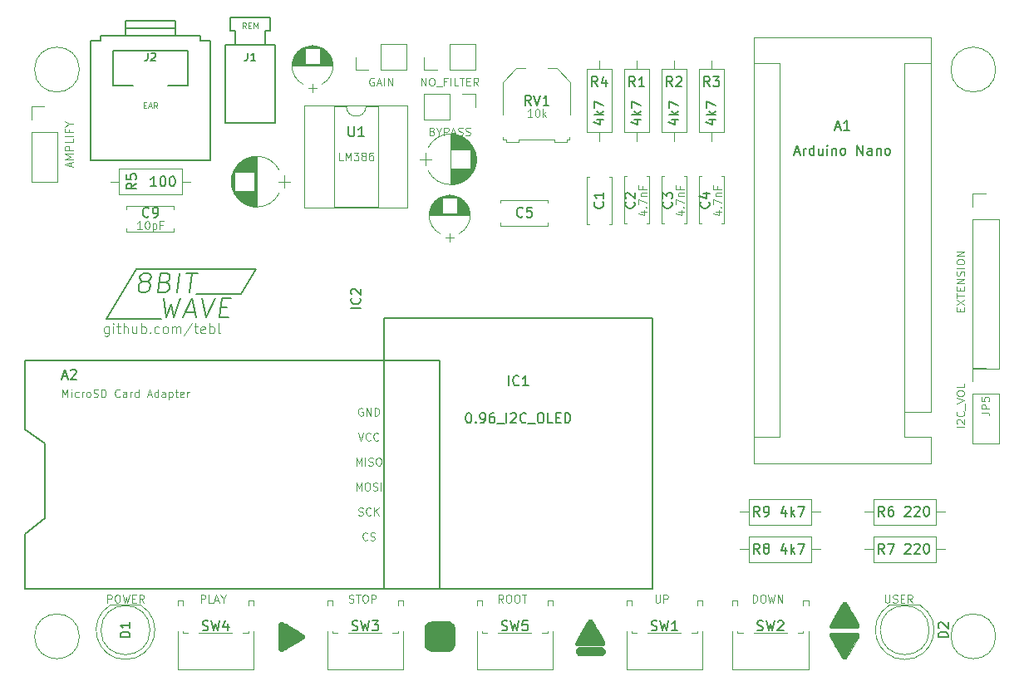
<source format=gto>
G04 #@! TF.FileFunction,Legend,Top*
%FSLAX46Y46*%
G04 Gerber Fmt 4.6, Leading zero omitted, Abs format (unit mm)*
G04 Created by KiCad (PCBNEW 4.0.7) date 02/08/20 23:52:05*
%MOMM*%
%LPD*%
G01*
G04 APERTURE LIST*
%ADD10C,0.100000*%
%ADD11C,0.120000*%
%ADD12C,0.150000*%
%ADD13C,0.010000*%
%ADD14C,0.110000*%
G04 APERTURE END LIST*
D10*
X78923238Y-107481714D02*
X78923238Y-108291238D01*
X78875619Y-108386476D01*
X78828000Y-108434095D01*
X78732761Y-108481714D01*
X78589904Y-108481714D01*
X78494666Y-108434095D01*
X78923238Y-108100762D02*
X78828000Y-108148381D01*
X78637523Y-108148381D01*
X78542285Y-108100762D01*
X78494666Y-108053143D01*
X78447047Y-107957905D01*
X78447047Y-107672190D01*
X78494666Y-107576952D01*
X78542285Y-107529333D01*
X78637523Y-107481714D01*
X78828000Y-107481714D01*
X78923238Y-107529333D01*
X79399428Y-108148381D02*
X79399428Y-107481714D01*
X79399428Y-107148381D02*
X79351809Y-107196000D01*
X79399428Y-107243619D01*
X79447047Y-107196000D01*
X79399428Y-107148381D01*
X79399428Y-107243619D01*
X79732761Y-107481714D02*
X80113713Y-107481714D01*
X79875618Y-107148381D02*
X79875618Y-108005524D01*
X79923237Y-108100762D01*
X80018475Y-108148381D01*
X80113713Y-108148381D01*
X80447047Y-108148381D02*
X80447047Y-107148381D01*
X80875619Y-108148381D02*
X80875619Y-107624571D01*
X80828000Y-107529333D01*
X80732762Y-107481714D01*
X80589904Y-107481714D01*
X80494666Y-107529333D01*
X80447047Y-107576952D01*
X81780381Y-107481714D02*
X81780381Y-108148381D01*
X81351809Y-107481714D02*
X81351809Y-108005524D01*
X81399428Y-108100762D01*
X81494666Y-108148381D01*
X81637524Y-108148381D01*
X81732762Y-108100762D01*
X81780381Y-108053143D01*
X82256571Y-108148381D02*
X82256571Y-107148381D01*
X82256571Y-107529333D02*
X82351809Y-107481714D01*
X82542286Y-107481714D01*
X82637524Y-107529333D01*
X82685143Y-107576952D01*
X82732762Y-107672190D01*
X82732762Y-107957905D01*
X82685143Y-108053143D01*
X82637524Y-108100762D01*
X82542286Y-108148381D01*
X82351809Y-108148381D01*
X82256571Y-108100762D01*
X83161333Y-108053143D02*
X83208952Y-108100762D01*
X83161333Y-108148381D01*
X83113714Y-108100762D01*
X83161333Y-108053143D01*
X83161333Y-108148381D01*
X84066095Y-108100762D02*
X83970857Y-108148381D01*
X83780380Y-108148381D01*
X83685142Y-108100762D01*
X83637523Y-108053143D01*
X83589904Y-107957905D01*
X83589904Y-107672190D01*
X83637523Y-107576952D01*
X83685142Y-107529333D01*
X83780380Y-107481714D01*
X83970857Y-107481714D01*
X84066095Y-107529333D01*
X84637523Y-108148381D02*
X84542285Y-108100762D01*
X84494666Y-108053143D01*
X84447047Y-107957905D01*
X84447047Y-107672190D01*
X84494666Y-107576952D01*
X84542285Y-107529333D01*
X84637523Y-107481714D01*
X84780381Y-107481714D01*
X84875619Y-107529333D01*
X84923238Y-107576952D01*
X84970857Y-107672190D01*
X84970857Y-107957905D01*
X84923238Y-108053143D01*
X84875619Y-108100762D01*
X84780381Y-108148381D01*
X84637523Y-108148381D01*
X85399428Y-108148381D02*
X85399428Y-107481714D01*
X85399428Y-107576952D02*
X85447047Y-107529333D01*
X85542285Y-107481714D01*
X85685143Y-107481714D01*
X85780381Y-107529333D01*
X85828000Y-107624571D01*
X85828000Y-108148381D01*
X85828000Y-107624571D02*
X85875619Y-107529333D01*
X85970857Y-107481714D01*
X86113714Y-107481714D01*
X86208952Y-107529333D01*
X86256571Y-107624571D01*
X86256571Y-108148381D01*
X87447047Y-107100762D02*
X86589904Y-108386476D01*
X87637523Y-107481714D02*
X88018475Y-107481714D01*
X87780380Y-107148381D02*
X87780380Y-108005524D01*
X87827999Y-108100762D01*
X87923237Y-108148381D01*
X88018475Y-108148381D01*
X88732762Y-108100762D02*
X88637524Y-108148381D01*
X88447047Y-108148381D01*
X88351809Y-108100762D01*
X88304190Y-108005524D01*
X88304190Y-107624571D01*
X88351809Y-107529333D01*
X88447047Y-107481714D01*
X88637524Y-107481714D01*
X88732762Y-107529333D01*
X88780381Y-107624571D01*
X88780381Y-107719810D01*
X88304190Y-107815048D01*
X89208952Y-108148381D02*
X89208952Y-107148381D01*
X89208952Y-107529333D02*
X89304190Y-107481714D01*
X89494667Y-107481714D01*
X89589905Y-107529333D01*
X89637524Y-107576952D01*
X89685143Y-107672190D01*
X89685143Y-107957905D01*
X89637524Y-108053143D01*
X89589905Y-108100762D01*
X89494667Y-108148381D01*
X89304190Y-108148381D01*
X89208952Y-108100762D01*
X90256571Y-108148381D02*
X90161333Y-108100762D01*
X90113714Y-108005524D01*
X90113714Y-107148381D01*
D11*
X166945000Y-111820000D02*
X169605000Y-111820000D01*
X166945000Y-96520000D02*
X166945000Y-111820000D01*
X169605000Y-96520000D02*
X169605000Y-111820000D01*
X166945000Y-96520000D02*
X169605000Y-96520000D01*
X166945000Y-95250000D02*
X166945000Y-93920000D01*
X166945000Y-93920000D02*
X168275000Y-93920000D01*
X160020000Y-116205000D02*
X160020000Y-118745000D01*
X160020000Y-118745000D02*
X162690000Y-118745000D01*
X162690000Y-116205000D02*
X162690000Y-77975000D01*
X162690000Y-121415000D02*
X162690000Y-118745000D01*
X147320000Y-118745000D02*
X144650000Y-118745000D01*
X147320000Y-118745000D02*
X147320000Y-80645000D01*
X147320000Y-80645000D02*
X144650000Y-80645000D01*
X160020000Y-116205000D02*
X162690000Y-116205000D01*
X160020000Y-116205000D02*
X160020000Y-80645000D01*
X160020000Y-80645000D02*
X162690000Y-80645000D01*
X162690000Y-77975000D02*
X144650000Y-77975000D01*
X144650000Y-77975000D02*
X144650000Y-121415000D01*
X144650000Y-121415000D02*
X162690000Y-121415000D01*
X138885000Y-138730000D02*
X138885000Y-138500000D01*
X139405000Y-142400000D02*
X131685000Y-142400000D01*
X131685000Y-142400000D02*
X131685000Y-138500000D01*
X139405000Y-135390000D02*
X138885000Y-135390000D01*
X139405000Y-142400000D02*
X139405000Y-138500000D01*
X132205000Y-138730000D02*
X132205000Y-138500000D01*
X138885000Y-135900000D02*
X138885000Y-135390000D01*
X139405000Y-135900000D02*
X139405000Y-135390000D01*
X132745000Y-138730000D02*
X132205000Y-138730000D01*
X132205000Y-135900000D02*
X132205000Y-135390000D01*
X132205000Y-135390000D02*
X131685000Y-135390000D01*
X131685000Y-135900000D02*
X131685000Y-135390000D01*
X138885000Y-138730000D02*
X138345000Y-138730000D01*
X137245000Y-138730000D02*
X133845000Y-138730000D01*
X149680000Y-138730000D02*
X149680000Y-138500000D01*
X150200000Y-142400000D02*
X142480000Y-142400000D01*
X142480000Y-142400000D02*
X142480000Y-138500000D01*
X150200000Y-135390000D02*
X149680000Y-135390000D01*
X150200000Y-142400000D02*
X150200000Y-138500000D01*
X143000000Y-138730000D02*
X143000000Y-138500000D01*
X149680000Y-135900000D02*
X149680000Y-135390000D01*
X150200000Y-135900000D02*
X150200000Y-135390000D01*
X143540000Y-138730000D02*
X143000000Y-138730000D01*
X143000000Y-135900000D02*
X143000000Y-135390000D01*
X143000000Y-135390000D02*
X142480000Y-135390000D01*
X142480000Y-135900000D02*
X142480000Y-135390000D01*
X149680000Y-138730000D02*
X149140000Y-138730000D01*
X148040000Y-138730000D02*
X144640000Y-138730000D01*
X108405000Y-138730000D02*
X108405000Y-138500000D01*
X108925000Y-142400000D02*
X101205000Y-142400000D01*
X101205000Y-142400000D02*
X101205000Y-138500000D01*
X108925000Y-135390000D02*
X108405000Y-135390000D01*
X108925000Y-142400000D02*
X108925000Y-138500000D01*
X101725000Y-138730000D02*
X101725000Y-138500000D01*
X108405000Y-135900000D02*
X108405000Y-135390000D01*
X108925000Y-135900000D02*
X108925000Y-135390000D01*
X102265000Y-138730000D02*
X101725000Y-138730000D01*
X101725000Y-135900000D02*
X101725000Y-135390000D01*
X101725000Y-135390000D02*
X101205000Y-135390000D01*
X101205000Y-135900000D02*
X101205000Y-135390000D01*
X108405000Y-138730000D02*
X107865000Y-138730000D01*
X106765000Y-138730000D02*
X103365000Y-138730000D01*
X93165000Y-138730000D02*
X93165000Y-138500000D01*
X93685000Y-142400000D02*
X85965000Y-142400000D01*
X85965000Y-142400000D02*
X85965000Y-138500000D01*
X93685000Y-135390000D02*
X93165000Y-135390000D01*
X93685000Y-142400000D02*
X93685000Y-138500000D01*
X86485000Y-138730000D02*
X86485000Y-138500000D01*
X93165000Y-135900000D02*
X93165000Y-135390000D01*
X93685000Y-135900000D02*
X93685000Y-135390000D01*
X87025000Y-138730000D02*
X86485000Y-138730000D01*
X86485000Y-135900000D02*
X86485000Y-135390000D01*
X86485000Y-135390000D02*
X85965000Y-135390000D01*
X85965000Y-135900000D02*
X85965000Y-135390000D01*
X93165000Y-138730000D02*
X92625000Y-138730000D01*
X91525000Y-138730000D02*
X88125000Y-138730000D01*
X123645000Y-138730000D02*
X123645000Y-138500000D01*
X124165000Y-142400000D02*
X116445000Y-142400000D01*
X116445000Y-142400000D02*
X116445000Y-138500000D01*
X124165000Y-135390000D02*
X123645000Y-135390000D01*
X124165000Y-142400000D02*
X124165000Y-138500000D01*
X116965000Y-138730000D02*
X116965000Y-138500000D01*
X123645000Y-135900000D02*
X123645000Y-135390000D01*
X124165000Y-135900000D02*
X124165000Y-135390000D01*
X117505000Y-138730000D02*
X116965000Y-138730000D01*
X116965000Y-135900000D02*
X116965000Y-135390000D01*
X116965000Y-135390000D02*
X116445000Y-135390000D01*
X116445000Y-135900000D02*
X116445000Y-135390000D01*
X123645000Y-138730000D02*
X123105000Y-138730000D01*
X122005000Y-138730000D02*
X118605000Y-138730000D01*
X75946000Y-139065000D02*
G75*
G03X75946000Y-139065000I-2286000J0D01*
G01*
X169291000Y-139065000D02*
G75*
G03X169291000Y-139065000I-2286000J0D01*
G01*
X169291000Y-81280000D02*
G75*
G03X169291000Y-81280000I-2286000J0D01*
G01*
X75946000Y-81280000D02*
G75*
G03X75946000Y-81280000I-2286000J0D01*
G01*
X109280000Y-81340000D02*
X109280000Y-78680000D01*
X106680000Y-81340000D02*
X109280000Y-81340000D01*
X106680000Y-78680000D02*
X109280000Y-78680000D01*
X106680000Y-81340000D02*
X106680000Y-78680000D01*
X105410000Y-81340000D02*
X104080000Y-81340000D01*
X104080000Y-81340000D02*
X104080000Y-80010000D01*
X116265000Y-81340000D02*
X116265000Y-78680000D01*
X113665000Y-81340000D02*
X116265000Y-81340000D01*
X113665000Y-78680000D02*
X116265000Y-78680000D01*
X113665000Y-81340000D02*
X113665000Y-78680000D01*
X112395000Y-81340000D02*
X111065000Y-81340000D01*
X111065000Y-81340000D02*
X111065000Y-80010000D01*
X71060000Y-92770000D02*
X73720000Y-92770000D01*
X71060000Y-87630000D02*
X71060000Y-92770000D01*
X73720000Y-87630000D02*
X73720000Y-92770000D01*
X71060000Y-87630000D02*
X73720000Y-87630000D01*
X71060000Y-86360000D02*
X71060000Y-85030000D01*
X71060000Y-85030000D02*
X72390000Y-85030000D01*
X134025000Y-81245000D02*
X131405000Y-81245000D01*
X131405000Y-81245000D02*
X131405000Y-87665000D01*
X131405000Y-87665000D02*
X134025000Y-87665000D01*
X134025000Y-87665000D02*
X134025000Y-81245000D01*
X132715000Y-80355000D02*
X132715000Y-81245000D01*
X132715000Y-88555000D02*
X132715000Y-87665000D01*
X137835000Y-81245000D02*
X135215000Y-81245000D01*
X135215000Y-81245000D02*
X135215000Y-87665000D01*
X135215000Y-87665000D02*
X137835000Y-87665000D01*
X137835000Y-87665000D02*
X137835000Y-81245000D01*
X136525000Y-80355000D02*
X136525000Y-81245000D01*
X136525000Y-88555000D02*
X136525000Y-87665000D01*
X141645000Y-81245000D02*
X139025000Y-81245000D01*
X139025000Y-81245000D02*
X139025000Y-87665000D01*
X139025000Y-87665000D02*
X141645000Y-87665000D01*
X141645000Y-87665000D02*
X141645000Y-81245000D01*
X140335000Y-80355000D02*
X140335000Y-81245000D01*
X140335000Y-88555000D02*
X140335000Y-87665000D01*
X130215000Y-81245000D02*
X127595000Y-81245000D01*
X127595000Y-81245000D02*
X127595000Y-87665000D01*
X127595000Y-87665000D02*
X130215000Y-87665000D01*
X130215000Y-87665000D02*
X130215000Y-81245000D01*
X128905000Y-80355000D02*
X128905000Y-81245000D01*
X128905000Y-88555000D02*
X128905000Y-87665000D01*
X79975000Y-91400000D02*
X79975000Y-94020000D01*
X79975000Y-94020000D02*
X86395000Y-94020000D01*
X86395000Y-94020000D02*
X86395000Y-91400000D01*
X86395000Y-91400000D02*
X79975000Y-91400000D01*
X79085000Y-92710000D02*
X79975000Y-92710000D01*
X87285000Y-92710000D02*
X86395000Y-92710000D01*
X125865000Y-88145000D02*
X125865000Y-88395000D01*
X125865000Y-88395000D02*
X125615000Y-88395000D01*
X125615000Y-88395000D02*
X125615000Y-88645000D01*
X125615000Y-88645000D02*
X124365000Y-88645000D01*
X124365000Y-88645000D02*
X124365000Y-88395000D01*
X124365000Y-88395000D02*
X120715000Y-88395000D01*
X120715000Y-88395000D02*
X120715000Y-88645000D01*
X120715000Y-88645000D02*
X119415000Y-88645000D01*
X119415000Y-88645000D02*
X119415000Y-88395000D01*
X119415000Y-88395000D02*
X119115000Y-88395000D01*
X119115000Y-88395000D02*
X119115000Y-88145000D01*
X123665000Y-81095000D02*
X124565000Y-81095000D01*
X124565000Y-81095000D02*
X125915000Y-82595000D01*
X125915000Y-82595000D02*
X125915000Y-85895000D01*
X119115000Y-85895000D02*
X119115000Y-82545000D01*
X119115000Y-82545000D02*
X120465000Y-81095000D01*
X120465000Y-81095000D02*
X121365000Y-81095000D01*
X105140000Y-85030000D02*
G75*
G02X103140000Y-85030000I-1000000J0D01*
G01*
X103140000Y-85030000D02*
X101890000Y-85030000D01*
X101890000Y-85030000D02*
X101890000Y-95310000D01*
X101890000Y-95310000D02*
X106390000Y-95310000D01*
X106390000Y-95310000D02*
X106390000Y-85030000D01*
X106390000Y-85030000D02*
X105140000Y-85030000D01*
X98890000Y-84970000D02*
X98890000Y-95370000D01*
X98890000Y-95370000D02*
X109390000Y-95370000D01*
X109390000Y-95370000D02*
X109390000Y-84970000D01*
X109390000Y-84970000D02*
X98890000Y-84970000D01*
X127595000Y-97065000D02*
X127595000Y-92245000D01*
X130215000Y-97065000D02*
X130215000Y-92245000D01*
X127595000Y-97065000D02*
X127909000Y-97065000D01*
X129901000Y-97065000D02*
X130215000Y-97065000D01*
X127595000Y-92245000D02*
X127909000Y-92245000D01*
X129901000Y-92245000D02*
X130215000Y-92245000D01*
X134025000Y-92165000D02*
X134025000Y-96985000D01*
X131405000Y-92165000D02*
X131405000Y-96985000D01*
X134025000Y-92165000D02*
X133711000Y-92165000D01*
X131719000Y-92165000D02*
X131405000Y-92165000D01*
X134025000Y-96985000D02*
X133711000Y-96985000D01*
X131719000Y-96985000D02*
X131405000Y-96985000D01*
X137835000Y-92165000D02*
X137835000Y-96985000D01*
X135215000Y-92165000D02*
X135215000Y-96985000D01*
X137835000Y-92165000D02*
X137521000Y-92165000D01*
X135529000Y-92165000D02*
X135215000Y-92165000D01*
X137835000Y-96985000D02*
X137521000Y-96985000D01*
X135529000Y-96985000D02*
X135215000Y-96985000D01*
X141645000Y-92165000D02*
X141645000Y-96985000D01*
X139025000Y-92165000D02*
X139025000Y-96985000D01*
X141645000Y-92165000D02*
X141331000Y-92165000D01*
X139339000Y-92165000D02*
X139025000Y-92165000D01*
X141645000Y-96985000D02*
X141331000Y-96985000D01*
X139339000Y-96985000D02*
X139025000Y-96985000D01*
X118835000Y-94575000D02*
X123655000Y-94575000D01*
X118835000Y-97195000D02*
X123655000Y-97195000D01*
X118835000Y-94575000D02*
X118835000Y-94889000D01*
X118835000Y-96881000D02*
X118835000Y-97195000D01*
X123655000Y-94575000D02*
X123655000Y-94889000D01*
X123655000Y-96881000D02*
X123655000Y-97195000D01*
X112685830Y-94308564D02*
G75*
G03X112685000Y-98000996I979170J-1846436D01*
G01*
X114644170Y-94308564D02*
G75*
G02X114645000Y-98000996I-979170J-1846436D01*
G01*
X114644170Y-94308564D02*
G75*
G03X112685000Y-94309004I-979170J-1846436D01*
G01*
X111615000Y-96155000D02*
X115715000Y-96155000D01*
X111615000Y-96115000D02*
X115715000Y-96115000D01*
X111616000Y-96075000D02*
X115714000Y-96075000D01*
X111618000Y-96035000D02*
X115712000Y-96035000D01*
X111621000Y-95995000D02*
X115709000Y-95995000D01*
X111624000Y-95955000D02*
X115706000Y-95955000D01*
X111628000Y-95915000D02*
X112885000Y-95915000D01*
X114445000Y-95915000D02*
X115702000Y-95915000D01*
X111633000Y-95875000D02*
X112885000Y-95875000D01*
X114445000Y-95875000D02*
X115697000Y-95875000D01*
X111639000Y-95835000D02*
X112885000Y-95835000D01*
X114445000Y-95835000D02*
X115691000Y-95835000D01*
X111646000Y-95795000D02*
X112885000Y-95795000D01*
X114445000Y-95795000D02*
X115684000Y-95795000D01*
X111653000Y-95755000D02*
X112885000Y-95755000D01*
X114445000Y-95755000D02*
X115677000Y-95755000D01*
X111661000Y-95715000D02*
X112885000Y-95715000D01*
X114445000Y-95715000D02*
X115669000Y-95715000D01*
X111670000Y-95675000D02*
X112885000Y-95675000D01*
X114445000Y-95675000D02*
X115660000Y-95675000D01*
X111680000Y-95635000D02*
X112885000Y-95635000D01*
X114445000Y-95635000D02*
X115650000Y-95635000D01*
X111691000Y-95595000D02*
X112885000Y-95595000D01*
X114445000Y-95595000D02*
X115639000Y-95595000D01*
X111702000Y-95555000D02*
X112885000Y-95555000D01*
X114445000Y-95555000D02*
X115628000Y-95555000D01*
X111715000Y-95515000D02*
X112885000Y-95515000D01*
X114445000Y-95515000D02*
X115615000Y-95515000D01*
X111728000Y-95475000D02*
X112885000Y-95475000D01*
X114445000Y-95475000D02*
X115602000Y-95475000D01*
X111742000Y-95434000D02*
X112885000Y-95434000D01*
X114445000Y-95434000D02*
X115588000Y-95434000D01*
X111758000Y-95394000D02*
X112885000Y-95394000D01*
X114445000Y-95394000D02*
X115572000Y-95394000D01*
X111774000Y-95354000D02*
X112885000Y-95354000D01*
X114445000Y-95354000D02*
X115556000Y-95354000D01*
X111791000Y-95314000D02*
X112885000Y-95314000D01*
X114445000Y-95314000D02*
X115539000Y-95314000D01*
X111809000Y-95274000D02*
X112885000Y-95274000D01*
X114445000Y-95274000D02*
X115521000Y-95274000D01*
X111828000Y-95234000D02*
X112885000Y-95234000D01*
X114445000Y-95234000D02*
X115502000Y-95234000D01*
X111848000Y-95194000D02*
X112885000Y-95194000D01*
X114445000Y-95194000D02*
X115482000Y-95194000D01*
X111869000Y-95154000D02*
X112885000Y-95154000D01*
X114445000Y-95154000D02*
X115461000Y-95154000D01*
X111892000Y-95114000D02*
X112885000Y-95114000D01*
X114445000Y-95114000D02*
X115438000Y-95114000D01*
X111915000Y-95074000D02*
X112885000Y-95074000D01*
X114445000Y-95074000D02*
X115415000Y-95074000D01*
X111940000Y-95034000D02*
X112885000Y-95034000D01*
X114445000Y-95034000D02*
X115390000Y-95034000D01*
X111966000Y-94994000D02*
X112885000Y-94994000D01*
X114445000Y-94994000D02*
X115364000Y-94994000D01*
X111993000Y-94954000D02*
X112885000Y-94954000D01*
X114445000Y-94954000D02*
X115337000Y-94954000D01*
X112022000Y-94914000D02*
X112885000Y-94914000D01*
X114445000Y-94914000D02*
X115308000Y-94914000D01*
X112052000Y-94874000D02*
X112885000Y-94874000D01*
X114445000Y-94874000D02*
X115278000Y-94874000D01*
X112084000Y-94834000D02*
X112885000Y-94834000D01*
X114445000Y-94834000D02*
X115246000Y-94834000D01*
X112118000Y-94794000D02*
X112885000Y-94794000D01*
X114445000Y-94794000D02*
X115212000Y-94794000D01*
X112153000Y-94754000D02*
X112885000Y-94754000D01*
X114445000Y-94754000D02*
X115177000Y-94754000D01*
X112190000Y-94714000D02*
X112885000Y-94714000D01*
X114445000Y-94714000D02*
X115140000Y-94714000D01*
X112229000Y-94674000D02*
X112885000Y-94674000D01*
X114445000Y-94674000D02*
X115101000Y-94674000D01*
X112270000Y-94634000D02*
X112885000Y-94634000D01*
X114445000Y-94634000D02*
X115060000Y-94634000D01*
X112314000Y-94594000D02*
X112885000Y-94594000D01*
X114445000Y-94594000D02*
X115016000Y-94594000D01*
X112360000Y-94554000D02*
X112885000Y-94554000D01*
X114445000Y-94554000D02*
X114970000Y-94554000D01*
X112409000Y-94514000D02*
X112885000Y-94514000D01*
X114445000Y-94514000D02*
X114921000Y-94514000D01*
X112461000Y-94474000D02*
X112885000Y-94474000D01*
X114445000Y-94474000D02*
X114869000Y-94474000D01*
X112517000Y-94434000D02*
X112885000Y-94434000D01*
X114445000Y-94434000D02*
X114813000Y-94434000D01*
X112577000Y-94394000D02*
X112885000Y-94394000D01*
X114445000Y-94394000D02*
X114753000Y-94394000D01*
X112642000Y-94354000D02*
X114688000Y-94354000D01*
X112713000Y-94314000D02*
X114617000Y-94314000D01*
X112791000Y-94274000D02*
X114539000Y-94274000D01*
X112879000Y-94234000D02*
X114451000Y-94234000D01*
X112979000Y-94194000D02*
X114351000Y-94194000D01*
X113098000Y-94154000D02*
X114232000Y-94154000D01*
X113250000Y-94114000D02*
X114080000Y-94114000D01*
X113500000Y-94074000D02*
X113830000Y-94074000D01*
X113665000Y-98855000D02*
X113665000Y-97955000D01*
X113215000Y-98405000D02*
X114115000Y-98405000D01*
X116081722Y-89244277D02*
G75*
G03X111470420Y-89244000I-2305722J-1179723D01*
G01*
X116081722Y-91603723D02*
G75*
G02X111470420Y-91604000I-2305722J1179723D01*
G01*
X116081722Y-91603723D02*
G75*
G03X116081580Y-89244000I-2305722J1179723D01*
G01*
X113776000Y-87874000D02*
X113776000Y-92974000D01*
X113816000Y-87874000D02*
X113816000Y-89444000D01*
X113816000Y-91404000D02*
X113816000Y-92974000D01*
X113856000Y-87875000D02*
X113856000Y-89444000D01*
X113856000Y-91404000D02*
X113856000Y-92973000D01*
X113896000Y-87876000D02*
X113896000Y-89444000D01*
X113896000Y-91404000D02*
X113896000Y-92972000D01*
X113936000Y-87878000D02*
X113936000Y-89444000D01*
X113936000Y-91404000D02*
X113936000Y-92970000D01*
X113976000Y-87881000D02*
X113976000Y-89444000D01*
X113976000Y-91404000D02*
X113976000Y-92967000D01*
X114016000Y-87885000D02*
X114016000Y-89444000D01*
X114016000Y-91404000D02*
X114016000Y-92963000D01*
X114056000Y-87889000D02*
X114056000Y-89444000D01*
X114056000Y-91404000D02*
X114056000Y-92959000D01*
X114096000Y-87893000D02*
X114096000Y-89444000D01*
X114096000Y-91404000D02*
X114096000Y-92955000D01*
X114136000Y-87899000D02*
X114136000Y-89444000D01*
X114136000Y-91404000D02*
X114136000Y-92949000D01*
X114176000Y-87905000D02*
X114176000Y-89444000D01*
X114176000Y-91404000D02*
X114176000Y-92943000D01*
X114216000Y-87911000D02*
X114216000Y-89444000D01*
X114216000Y-91404000D02*
X114216000Y-92937000D01*
X114256000Y-87918000D02*
X114256000Y-89444000D01*
X114256000Y-91404000D02*
X114256000Y-92930000D01*
X114296000Y-87926000D02*
X114296000Y-89444000D01*
X114296000Y-91404000D02*
X114296000Y-92922000D01*
X114336000Y-87935000D02*
X114336000Y-89444000D01*
X114336000Y-91404000D02*
X114336000Y-92913000D01*
X114376000Y-87944000D02*
X114376000Y-89444000D01*
X114376000Y-91404000D02*
X114376000Y-92904000D01*
X114416000Y-87954000D02*
X114416000Y-89444000D01*
X114416000Y-91404000D02*
X114416000Y-92894000D01*
X114456000Y-87964000D02*
X114456000Y-89444000D01*
X114456000Y-91404000D02*
X114456000Y-92884000D01*
X114497000Y-87976000D02*
X114497000Y-89444000D01*
X114497000Y-91404000D02*
X114497000Y-92872000D01*
X114537000Y-87988000D02*
X114537000Y-89444000D01*
X114537000Y-91404000D02*
X114537000Y-92860000D01*
X114577000Y-88000000D02*
X114577000Y-89444000D01*
X114577000Y-91404000D02*
X114577000Y-92848000D01*
X114617000Y-88014000D02*
X114617000Y-89444000D01*
X114617000Y-91404000D02*
X114617000Y-92834000D01*
X114657000Y-88028000D02*
X114657000Y-89444000D01*
X114657000Y-91404000D02*
X114657000Y-92820000D01*
X114697000Y-88042000D02*
X114697000Y-89444000D01*
X114697000Y-91404000D02*
X114697000Y-92806000D01*
X114737000Y-88058000D02*
X114737000Y-89444000D01*
X114737000Y-91404000D02*
X114737000Y-92790000D01*
X114777000Y-88074000D02*
X114777000Y-89444000D01*
X114777000Y-91404000D02*
X114777000Y-92774000D01*
X114817000Y-88091000D02*
X114817000Y-89444000D01*
X114817000Y-91404000D02*
X114817000Y-92757000D01*
X114857000Y-88109000D02*
X114857000Y-89444000D01*
X114857000Y-91404000D02*
X114857000Y-92739000D01*
X114897000Y-88128000D02*
X114897000Y-89444000D01*
X114897000Y-91404000D02*
X114897000Y-92720000D01*
X114937000Y-88148000D02*
X114937000Y-89444000D01*
X114937000Y-91404000D02*
X114937000Y-92700000D01*
X114977000Y-88168000D02*
X114977000Y-89444000D01*
X114977000Y-91404000D02*
X114977000Y-92680000D01*
X115017000Y-88190000D02*
X115017000Y-89444000D01*
X115017000Y-91404000D02*
X115017000Y-92658000D01*
X115057000Y-88212000D02*
X115057000Y-89444000D01*
X115057000Y-91404000D02*
X115057000Y-92636000D01*
X115097000Y-88235000D02*
X115097000Y-89444000D01*
X115097000Y-91404000D02*
X115097000Y-92613000D01*
X115137000Y-88259000D02*
X115137000Y-89444000D01*
X115137000Y-91404000D02*
X115137000Y-92589000D01*
X115177000Y-88284000D02*
X115177000Y-89444000D01*
X115177000Y-91404000D02*
X115177000Y-92564000D01*
X115217000Y-88311000D02*
X115217000Y-89444000D01*
X115217000Y-91404000D02*
X115217000Y-92537000D01*
X115257000Y-88338000D02*
X115257000Y-89444000D01*
X115257000Y-91404000D02*
X115257000Y-92510000D01*
X115297000Y-88366000D02*
X115297000Y-89444000D01*
X115297000Y-91404000D02*
X115297000Y-92482000D01*
X115337000Y-88396000D02*
X115337000Y-89444000D01*
X115337000Y-91404000D02*
X115337000Y-92452000D01*
X115377000Y-88427000D02*
X115377000Y-89444000D01*
X115377000Y-91404000D02*
X115377000Y-92421000D01*
X115417000Y-88459000D02*
X115417000Y-89444000D01*
X115417000Y-91404000D02*
X115417000Y-92389000D01*
X115457000Y-88492000D02*
X115457000Y-89444000D01*
X115457000Y-91404000D02*
X115457000Y-92356000D01*
X115497000Y-88527000D02*
X115497000Y-89444000D01*
X115497000Y-91404000D02*
X115497000Y-92321000D01*
X115537000Y-88563000D02*
X115537000Y-89444000D01*
X115537000Y-91404000D02*
X115537000Y-92285000D01*
X115577000Y-88601000D02*
X115577000Y-89444000D01*
X115577000Y-91404000D02*
X115577000Y-92247000D01*
X115617000Y-88641000D02*
X115617000Y-89444000D01*
X115617000Y-91404000D02*
X115617000Y-92207000D01*
X115657000Y-88682000D02*
X115657000Y-89444000D01*
X115657000Y-91404000D02*
X115657000Y-92166000D01*
X115697000Y-88725000D02*
X115697000Y-89444000D01*
X115697000Y-91404000D02*
X115697000Y-92123000D01*
X115737000Y-88770000D02*
X115737000Y-89444000D01*
X115737000Y-91404000D02*
X115737000Y-92078000D01*
X115777000Y-88818000D02*
X115777000Y-92030000D01*
X115817000Y-88868000D02*
X115817000Y-91980000D01*
X115857000Y-88920000D02*
X115857000Y-91928000D01*
X115897000Y-88976000D02*
X115897000Y-91872000D01*
X115937000Y-89034000D02*
X115937000Y-91814000D01*
X115977000Y-89097000D02*
X115977000Y-91751000D01*
X116017000Y-89163000D02*
X116017000Y-91685000D01*
X116057000Y-89235000D02*
X116057000Y-91613000D01*
X116097000Y-89312000D02*
X116097000Y-91536000D01*
X116137000Y-89396000D02*
X116137000Y-91452000D01*
X116177000Y-89490000D02*
X116177000Y-91358000D01*
X116217000Y-89595000D02*
X116217000Y-91253000D01*
X116257000Y-89717000D02*
X116257000Y-91131000D01*
X116297000Y-89865000D02*
X116297000Y-90983000D01*
X116337000Y-90070000D02*
X116337000Y-90778000D01*
X110576000Y-90424000D02*
X111776000Y-90424000D01*
X111176000Y-89774000D02*
X111176000Y-91074000D01*
X98715830Y-79068564D02*
G75*
G03X98715000Y-82760996I979170J-1846436D01*
G01*
X100674170Y-79068564D02*
G75*
G02X100675000Y-82760996I-979170J-1846436D01*
G01*
X100674170Y-79068564D02*
G75*
G03X98715000Y-79069004I-979170J-1846436D01*
G01*
X97645000Y-80915000D02*
X101745000Y-80915000D01*
X97645000Y-80875000D02*
X101745000Y-80875000D01*
X97646000Y-80835000D02*
X101744000Y-80835000D01*
X97648000Y-80795000D02*
X101742000Y-80795000D01*
X97651000Y-80755000D02*
X101739000Y-80755000D01*
X97654000Y-80715000D02*
X101736000Y-80715000D01*
X97658000Y-80675000D02*
X98915000Y-80675000D01*
X100475000Y-80675000D02*
X101732000Y-80675000D01*
X97663000Y-80635000D02*
X98915000Y-80635000D01*
X100475000Y-80635000D02*
X101727000Y-80635000D01*
X97669000Y-80595000D02*
X98915000Y-80595000D01*
X100475000Y-80595000D02*
X101721000Y-80595000D01*
X97676000Y-80555000D02*
X98915000Y-80555000D01*
X100475000Y-80555000D02*
X101714000Y-80555000D01*
X97683000Y-80515000D02*
X98915000Y-80515000D01*
X100475000Y-80515000D02*
X101707000Y-80515000D01*
X97691000Y-80475000D02*
X98915000Y-80475000D01*
X100475000Y-80475000D02*
X101699000Y-80475000D01*
X97700000Y-80435000D02*
X98915000Y-80435000D01*
X100475000Y-80435000D02*
X101690000Y-80435000D01*
X97710000Y-80395000D02*
X98915000Y-80395000D01*
X100475000Y-80395000D02*
X101680000Y-80395000D01*
X97721000Y-80355000D02*
X98915000Y-80355000D01*
X100475000Y-80355000D02*
X101669000Y-80355000D01*
X97732000Y-80315000D02*
X98915000Y-80315000D01*
X100475000Y-80315000D02*
X101658000Y-80315000D01*
X97745000Y-80275000D02*
X98915000Y-80275000D01*
X100475000Y-80275000D02*
X101645000Y-80275000D01*
X97758000Y-80235000D02*
X98915000Y-80235000D01*
X100475000Y-80235000D02*
X101632000Y-80235000D01*
X97772000Y-80194000D02*
X98915000Y-80194000D01*
X100475000Y-80194000D02*
X101618000Y-80194000D01*
X97788000Y-80154000D02*
X98915000Y-80154000D01*
X100475000Y-80154000D02*
X101602000Y-80154000D01*
X97804000Y-80114000D02*
X98915000Y-80114000D01*
X100475000Y-80114000D02*
X101586000Y-80114000D01*
X97821000Y-80074000D02*
X98915000Y-80074000D01*
X100475000Y-80074000D02*
X101569000Y-80074000D01*
X97839000Y-80034000D02*
X98915000Y-80034000D01*
X100475000Y-80034000D02*
X101551000Y-80034000D01*
X97858000Y-79994000D02*
X98915000Y-79994000D01*
X100475000Y-79994000D02*
X101532000Y-79994000D01*
X97878000Y-79954000D02*
X98915000Y-79954000D01*
X100475000Y-79954000D02*
X101512000Y-79954000D01*
X97899000Y-79914000D02*
X98915000Y-79914000D01*
X100475000Y-79914000D02*
X101491000Y-79914000D01*
X97922000Y-79874000D02*
X98915000Y-79874000D01*
X100475000Y-79874000D02*
X101468000Y-79874000D01*
X97945000Y-79834000D02*
X98915000Y-79834000D01*
X100475000Y-79834000D02*
X101445000Y-79834000D01*
X97970000Y-79794000D02*
X98915000Y-79794000D01*
X100475000Y-79794000D02*
X101420000Y-79794000D01*
X97996000Y-79754000D02*
X98915000Y-79754000D01*
X100475000Y-79754000D02*
X101394000Y-79754000D01*
X98023000Y-79714000D02*
X98915000Y-79714000D01*
X100475000Y-79714000D02*
X101367000Y-79714000D01*
X98052000Y-79674000D02*
X98915000Y-79674000D01*
X100475000Y-79674000D02*
X101338000Y-79674000D01*
X98082000Y-79634000D02*
X98915000Y-79634000D01*
X100475000Y-79634000D02*
X101308000Y-79634000D01*
X98114000Y-79594000D02*
X98915000Y-79594000D01*
X100475000Y-79594000D02*
X101276000Y-79594000D01*
X98148000Y-79554000D02*
X98915000Y-79554000D01*
X100475000Y-79554000D02*
X101242000Y-79554000D01*
X98183000Y-79514000D02*
X98915000Y-79514000D01*
X100475000Y-79514000D02*
X101207000Y-79514000D01*
X98220000Y-79474000D02*
X98915000Y-79474000D01*
X100475000Y-79474000D02*
X101170000Y-79474000D01*
X98259000Y-79434000D02*
X98915000Y-79434000D01*
X100475000Y-79434000D02*
X101131000Y-79434000D01*
X98300000Y-79394000D02*
X98915000Y-79394000D01*
X100475000Y-79394000D02*
X101090000Y-79394000D01*
X98344000Y-79354000D02*
X98915000Y-79354000D01*
X100475000Y-79354000D02*
X101046000Y-79354000D01*
X98390000Y-79314000D02*
X98915000Y-79314000D01*
X100475000Y-79314000D02*
X101000000Y-79314000D01*
X98439000Y-79274000D02*
X98915000Y-79274000D01*
X100475000Y-79274000D02*
X100951000Y-79274000D01*
X98491000Y-79234000D02*
X98915000Y-79234000D01*
X100475000Y-79234000D02*
X100899000Y-79234000D01*
X98547000Y-79194000D02*
X98915000Y-79194000D01*
X100475000Y-79194000D02*
X100843000Y-79194000D01*
X98607000Y-79154000D02*
X98915000Y-79154000D01*
X100475000Y-79154000D02*
X100783000Y-79154000D01*
X98672000Y-79114000D02*
X100718000Y-79114000D01*
X98743000Y-79074000D02*
X100647000Y-79074000D01*
X98821000Y-79034000D02*
X100569000Y-79034000D01*
X98909000Y-78994000D02*
X100481000Y-78994000D01*
X99009000Y-78954000D02*
X100381000Y-78954000D01*
X99128000Y-78914000D02*
X100262000Y-78914000D01*
X99280000Y-78874000D02*
X100110000Y-78874000D01*
X99530000Y-78834000D02*
X99860000Y-78834000D01*
X99695000Y-83615000D02*
X99695000Y-82715000D01*
X99245000Y-83165000D02*
X100145000Y-83165000D01*
X80735000Y-95210000D02*
X85555000Y-95210000D01*
X80735000Y-97830000D02*
X85555000Y-97830000D01*
X80735000Y-95210000D02*
X80735000Y-95524000D01*
X80735000Y-97516000D02*
X80735000Y-97830000D01*
X85555000Y-95210000D02*
X85555000Y-95524000D01*
X85555000Y-97516000D02*
X85555000Y-97830000D01*
X91694278Y-93889723D02*
G75*
G03X96305580Y-93890000I2305722J1179723D01*
G01*
X91694278Y-91530277D02*
G75*
G02X96305580Y-91530000I2305722J-1179723D01*
G01*
X91694278Y-91530277D02*
G75*
G03X91694420Y-93890000I2305722J-1179723D01*
G01*
X94000000Y-95260000D02*
X94000000Y-90160000D01*
X93960000Y-95260000D02*
X93960000Y-90160000D01*
X93920000Y-95259000D02*
X93920000Y-90161000D01*
X93880000Y-95258000D02*
X93880000Y-90162000D01*
X93840000Y-95256000D02*
X93840000Y-90164000D01*
X93800000Y-95253000D02*
X93800000Y-90167000D01*
X93760000Y-95249000D02*
X93760000Y-90171000D01*
X93720000Y-95245000D02*
X93720000Y-93690000D01*
X93720000Y-91730000D02*
X93720000Y-90175000D01*
X93680000Y-95241000D02*
X93680000Y-93690000D01*
X93680000Y-91730000D02*
X93680000Y-90179000D01*
X93640000Y-95235000D02*
X93640000Y-93690000D01*
X93640000Y-91730000D02*
X93640000Y-90185000D01*
X93600000Y-95229000D02*
X93600000Y-93690000D01*
X93600000Y-91730000D02*
X93600000Y-90191000D01*
X93560000Y-95223000D02*
X93560000Y-93690000D01*
X93560000Y-91730000D02*
X93560000Y-90197000D01*
X93520000Y-95216000D02*
X93520000Y-93690000D01*
X93520000Y-91730000D02*
X93520000Y-90204000D01*
X93480000Y-95208000D02*
X93480000Y-93690000D01*
X93480000Y-91730000D02*
X93480000Y-90212000D01*
X93440000Y-95199000D02*
X93440000Y-93690000D01*
X93440000Y-91730000D02*
X93440000Y-90221000D01*
X93400000Y-95190000D02*
X93400000Y-93690000D01*
X93400000Y-91730000D02*
X93400000Y-90230000D01*
X93360000Y-95180000D02*
X93360000Y-93690000D01*
X93360000Y-91730000D02*
X93360000Y-90240000D01*
X93320000Y-95170000D02*
X93320000Y-93690000D01*
X93320000Y-91730000D02*
X93320000Y-90250000D01*
X93279000Y-95158000D02*
X93279000Y-93690000D01*
X93279000Y-91730000D02*
X93279000Y-90262000D01*
X93239000Y-95146000D02*
X93239000Y-93690000D01*
X93239000Y-91730000D02*
X93239000Y-90274000D01*
X93199000Y-95134000D02*
X93199000Y-93690000D01*
X93199000Y-91730000D02*
X93199000Y-90286000D01*
X93159000Y-95120000D02*
X93159000Y-93690000D01*
X93159000Y-91730000D02*
X93159000Y-90300000D01*
X93119000Y-95106000D02*
X93119000Y-93690000D01*
X93119000Y-91730000D02*
X93119000Y-90314000D01*
X93079000Y-95092000D02*
X93079000Y-93690000D01*
X93079000Y-91730000D02*
X93079000Y-90328000D01*
X93039000Y-95076000D02*
X93039000Y-93690000D01*
X93039000Y-91730000D02*
X93039000Y-90344000D01*
X92999000Y-95060000D02*
X92999000Y-93690000D01*
X92999000Y-91730000D02*
X92999000Y-90360000D01*
X92959000Y-95043000D02*
X92959000Y-93690000D01*
X92959000Y-91730000D02*
X92959000Y-90377000D01*
X92919000Y-95025000D02*
X92919000Y-93690000D01*
X92919000Y-91730000D02*
X92919000Y-90395000D01*
X92879000Y-95006000D02*
X92879000Y-93690000D01*
X92879000Y-91730000D02*
X92879000Y-90414000D01*
X92839000Y-94986000D02*
X92839000Y-93690000D01*
X92839000Y-91730000D02*
X92839000Y-90434000D01*
X92799000Y-94966000D02*
X92799000Y-93690000D01*
X92799000Y-91730000D02*
X92799000Y-90454000D01*
X92759000Y-94944000D02*
X92759000Y-93690000D01*
X92759000Y-91730000D02*
X92759000Y-90476000D01*
X92719000Y-94922000D02*
X92719000Y-93690000D01*
X92719000Y-91730000D02*
X92719000Y-90498000D01*
X92679000Y-94899000D02*
X92679000Y-93690000D01*
X92679000Y-91730000D02*
X92679000Y-90521000D01*
X92639000Y-94875000D02*
X92639000Y-93690000D01*
X92639000Y-91730000D02*
X92639000Y-90545000D01*
X92599000Y-94850000D02*
X92599000Y-93690000D01*
X92599000Y-91730000D02*
X92599000Y-90570000D01*
X92559000Y-94823000D02*
X92559000Y-93690000D01*
X92559000Y-91730000D02*
X92559000Y-90597000D01*
X92519000Y-94796000D02*
X92519000Y-93690000D01*
X92519000Y-91730000D02*
X92519000Y-90624000D01*
X92479000Y-94768000D02*
X92479000Y-93690000D01*
X92479000Y-91730000D02*
X92479000Y-90652000D01*
X92439000Y-94738000D02*
X92439000Y-93690000D01*
X92439000Y-91730000D02*
X92439000Y-90682000D01*
X92399000Y-94707000D02*
X92399000Y-93690000D01*
X92399000Y-91730000D02*
X92399000Y-90713000D01*
X92359000Y-94675000D02*
X92359000Y-93690000D01*
X92359000Y-91730000D02*
X92359000Y-90745000D01*
X92319000Y-94642000D02*
X92319000Y-93690000D01*
X92319000Y-91730000D02*
X92319000Y-90778000D01*
X92279000Y-94607000D02*
X92279000Y-93690000D01*
X92279000Y-91730000D02*
X92279000Y-90813000D01*
X92239000Y-94571000D02*
X92239000Y-93690000D01*
X92239000Y-91730000D02*
X92239000Y-90849000D01*
X92199000Y-94533000D02*
X92199000Y-93690000D01*
X92199000Y-91730000D02*
X92199000Y-90887000D01*
X92159000Y-94493000D02*
X92159000Y-93690000D01*
X92159000Y-91730000D02*
X92159000Y-90927000D01*
X92119000Y-94452000D02*
X92119000Y-93690000D01*
X92119000Y-91730000D02*
X92119000Y-90968000D01*
X92079000Y-94409000D02*
X92079000Y-93690000D01*
X92079000Y-91730000D02*
X92079000Y-91011000D01*
X92039000Y-94364000D02*
X92039000Y-93690000D01*
X92039000Y-91730000D02*
X92039000Y-91056000D01*
X91999000Y-94316000D02*
X91999000Y-93690000D01*
X91999000Y-91730000D02*
X91999000Y-91104000D01*
X91959000Y-94266000D02*
X91959000Y-93690000D01*
X91959000Y-91730000D02*
X91959000Y-91154000D01*
X91919000Y-94214000D02*
X91919000Y-93690000D01*
X91919000Y-91730000D02*
X91919000Y-91206000D01*
X91879000Y-94158000D02*
X91879000Y-93690000D01*
X91879000Y-91730000D02*
X91879000Y-91262000D01*
X91839000Y-94100000D02*
X91839000Y-93690000D01*
X91839000Y-91730000D02*
X91839000Y-91320000D01*
X91799000Y-94037000D02*
X91799000Y-93690000D01*
X91799000Y-91730000D02*
X91799000Y-91383000D01*
X91759000Y-93971000D02*
X91759000Y-91449000D01*
X91719000Y-93899000D02*
X91719000Y-91521000D01*
X91679000Y-93822000D02*
X91679000Y-91598000D01*
X91639000Y-93738000D02*
X91639000Y-91682000D01*
X91599000Y-93644000D02*
X91599000Y-91776000D01*
X91559000Y-93539000D02*
X91559000Y-91881000D01*
X91519000Y-93417000D02*
X91519000Y-92003000D01*
X91479000Y-93269000D02*
X91479000Y-92151000D01*
X91439000Y-93064000D02*
X91439000Y-92356000D01*
X97450000Y-92710000D02*
X96250000Y-92710000D01*
X96850000Y-93360000D02*
X96850000Y-92060000D01*
D12*
X95845000Y-78740000D02*
X95845000Y-86740000D01*
X90845000Y-78740000D02*
X90845000Y-86740000D01*
X94845000Y-78740000D02*
X94845000Y-77340000D01*
X91845000Y-77340000D02*
X91845000Y-78740000D01*
X95345000Y-77340000D02*
X94845000Y-77340000D01*
X91345000Y-77340000D02*
X91845000Y-77340000D01*
X91345000Y-77340000D02*
X91345000Y-75940000D01*
X95345000Y-75940000D02*
X95345000Y-77340000D01*
X91345000Y-75940000D02*
X95345000Y-75940000D01*
X90845000Y-86740000D02*
X95845000Y-86740000D01*
X90845000Y-78740000D02*
X95845000Y-78740000D01*
D11*
X80644538Y-141420000D02*
G75*
G03X82189830Y-135870000I462J2990000D01*
G01*
X80645462Y-141420000D02*
G75*
G02X79100170Y-135870000I-462J2990000D01*
G01*
X83145000Y-138430000D02*
G75*
G03X83145000Y-138430000I-2500000J0D01*
G01*
X82190000Y-135870000D02*
X79100000Y-135870000D01*
X163230000Y-127675000D02*
X163230000Y-125055000D01*
X163230000Y-125055000D02*
X156810000Y-125055000D01*
X156810000Y-125055000D02*
X156810000Y-127675000D01*
X156810000Y-127675000D02*
X163230000Y-127675000D01*
X164120000Y-126365000D02*
X163230000Y-126365000D01*
X155920000Y-126365000D02*
X156810000Y-126365000D01*
D12*
X81407000Y-82931000D02*
X79375000Y-82931000D01*
X79375000Y-82931000D02*
X79375000Y-79375000D01*
X79375000Y-79375000D02*
X86995000Y-79375000D01*
X86995000Y-79375000D02*
X86995000Y-82931000D01*
X86995000Y-82931000D02*
X84963000Y-82931000D01*
X78105000Y-78359000D02*
X77089000Y-78359000D01*
X89281000Y-78359000D02*
X88265000Y-78359000D01*
X80645000Y-76327000D02*
X80645000Y-77851000D01*
X85725000Y-77851000D02*
X85725000Y-76327000D01*
X80645000Y-77089000D02*
X85725000Y-77089000D01*
X78105000Y-78359000D02*
X78105000Y-78105000D01*
X78105000Y-78105000D02*
X78105000Y-77851000D01*
X78105000Y-77851000D02*
X88265000Y-77851000D01*
X88265000Y-77851000D02*
X88265000Y-78359000D01*
X80645000Y-76327000D02*
X85725000Y-76327000D01*
X77089000Y-90551000D02*
X77089000Y-78359000D01*
X89281000Y-78359000D02*
X89281000Y-90551000D01*
X89281000Y-90551000D02*
X77089000Y-90551000D01*
D11*
X160019538Y-141420000D02*
G75*
G03X161564830Y-135870000I462J2990000D01*
G01*
X160020462Y-141420000D02*
G75*
G02X158475170Y-135870000I-462J2990000D01*
G01*
X162520000Y-138430000D02*
G75*
G03X162520000Y-138430000I-2500000J0D01*
G01*
X161565000Y-135870000D02*
X158475000Y-135870000D01*
X163230000Y-131485000D02*
X163230000Y-128865000D01*
X163230000Y-128865000D02*
X156810000Y-128865000D01*
X156810000Y-128865000D02*
X156810000Y-131485000D01*
X156810000Y-131485000D02*
X163230000Y-131485000D01*
X164120000Y-130175000D02*
X163230000Y-130175000D01*
X155920000Y-130175000D02*
X156810000Y-130175000D01*
D12*
X72420000Y-127000000D02*
X72420000Y-119380000D01*
X70420000Y-128605000D02*
X72420000Y-127000000D01*
X70420000Y-118005000D02*
X72420000Y-119380000D01*
X70420000Y-134205000D02*
X70420000Y-128605000D01*
X70420000Y-110905000D02*
X70420000Y-118005000D01*
X112620000Y-134205000D02*
X70420000Y-134205000D01*
X112620000Y-110905000D02*
X70420000Y-110905000D01*
X112620000Y-110905000D02*
X112620000Y-134205000D01*
X134350000Y-134250000D02*
X134350000Y-106650000D01*
X106950000Y-134250000D02*
X134350000Y-134250000D01*
X106950000Y-106650000D02*
X106950000Y-134250000D01*
X106950000Y-106650000D02*
X134350000Y-106650000D01*
D11*
X111065000Y-83760000D02*
X111065000Y-86420000D01*
X113665000Y-83760000D02*
X111065000Y-83760000D01*
X113665000Y-86420000D02*
X111065000Y-86420000D01*
X113665000Y-83760000D02*
X113665000Y-86420000D01*
X114935000Y-83760000D02*
X116265000Y-83760000D01*
X116265000Y-83760000D02*
X116265000Y-85090000D01*
X166945000Y-119440000D02*
X169605000Y-119440000D01*
X166945000Y-114300000D02*
X166945000Y-119440000D01*
X169605000Y-114300000D02*
X169605000Y-119440000D01*
X166945000Y-114300000D02*
X169605000Y-114300000D01*
X166945000Y-113030000D02*
X166945000Y-111700000D01*
X166945000Y-111700000D02*
X168275000Y-111700000D01*
X144110000Y-128865000D02*
X144110000Y-131485000D01*
X144110000Y-131485000D02*
X150530000Y-131485000D01*
X150530000Y-131485000D02*
X150530000Y-128865000D01*
X150530000Y-128865000D02*
X144110000Y-128865000D01*
X143220000Y-130175000D02*
X144110000Y-130175000D01*
X151420000Y-130175000D02*
X150530000Y-130175000D01*
X144110000Y-125055000D02*
X144110000Y-127675000D01*
X144110000Y-127675000D02*
X150530000Y-127675000D01*
X150530000Y-127675000D02*
X150530000Y-125055000D01*
X150530000Y-125055000D02*
X144110000Y-125055000D01*
X143220000Y-126365000D02*
X144110000Y-126365000D01*
X151420000Y-126365000D02*
X150530000Y-126365000D01*
D13*
G36*
X154184407Y-138684228D02*
X154449698Y-138685216D01*
X154668314Y-138687420D01*
X154845139Y-138691296D01*
X154985057Y-138697301D01*
X155092952Y-138705890D01*
X155173708Y-138717521D01*
X155232209Y-138732649D01*
X155273341Y-138751730D01*
X155301986Y-138775220D01*
X155323028Y-138803577D01*
X155332840Y-138820867D01*
X155349510Y-138856601D01*
X155359123Y-138893916D01*
X155359614Y-138937360D01*
X155348920Y-138991481D01*
X155324979Y-139060825D01*
X155285728Y-139149940D01*
X155229103Y-139263372D01*
X155153041Y-139405670D01*
X155055480Y-139581379D01*
X154934355Y-139795048D01*
X154787605Y-140051224D01*
X154726030Y-140158336D01*
X154593112Y-140388338D01*
X154467075Y-140604360D01*
X154351026Y-140801221D01*
X154248075Y-140973742D01*
X154161329Y-141116743D01*
X154093898Y-141225044D01*
X154048889Y-141293465D01*
X154031459Y-141315723D01*
X153956884Y-141350820D01*
X153857619Y-141363601D01*
X153761565Y-141352238D01*
X153721842Y-141336001D01*
X153687791Y-141300430D01*
X153635558Y-141227855D01*
X153573883Y-141130884D01*
X153541442Y-141075804D01*
X153495766Y-140996366D01*
X153426103Y-140875523D01*
X153336751Y-140720714D01*
X153232008Y-140539380D01*
X153116171Y-140338963D01*
X152993538Y-140126902D01*
X152889878Y-139947739D01*
X152747931Y-139701654D01*
X152632545Y-139498998D01*
X152541505Y-139334645D01*
X152472590Y-139203470D01*
X152423583Y-139100344D01*
X152392266Y-139020143D01*
X152376421Y-138957740D01*
X152373829Y-138908009D01*
X152382273Y-138865823D01*
X152399534Y-138826056D01*
X152402272Y-138820867D01*
X152421256Y-138789726D01*
X152445234Y-138763694D01*
X152479091Y-138742315D01*
X152527711Y-138725134D01*
X152595977Y-138711693D01*
X152688774Y-138701536D01*
X152810987Y-138694208D01*
X152967499Y-138689252D01*
X153163194Y-138686212D01*
X153402957Y-138684632D01*
X153691671Y-138684055D01*
X153867556Y-138684000D01*
X154184407Y-138684228D01*
X154184407Y-138684228D01*
G37*
X154184407Y-138684228D02*
X154449698Y-138685216D01*
X154668314Y-138687420D01*
X154845139Y-138691296D01*
X154985057Y-138697301D01*
X155092952Y-138705890D01*
X155173708Y-138717521D01*
X155232209Y-138732649D01*
X155273341Y-138751730D01*
X155301986Y-138775220D01*
X155323028Y-138803577D01*
X155332840Y-138820867D01*
X155349510Y-138856601D01*
X155359123Y-138893916D01*
X155359614Y-138937360D01*
X155348920Y-138991481D01*
X155324979Y-139060825D01*
X155285728Y-139149940D01*
X155229103Y-139263372D01*
X155153041Y-139405670D01*
X155055480Y-139581379D01*
X154934355Y-139795048D01*
X154787605Y-140051224D01*
X154726030Y-140158336D01*
X154593112Y-140388338D01*
X154467075Y-140604360D01*
X154351026Y-140801221D01*
X154248075Y-140973742D01*
X154161329Y-141116743D01*
X154093898Y-141225044D01*
X154048889Y-141293465D01*
X154031459Y-141315723D01*
X153956884Y-141350820D01*
X153857619Y-141363601D01*
X153761565Y-141352238D01*
X153721842Y-141336001D01*
X153687791Y-141300430D01*
X153635558Y-141227855D01*
X153573883Y-141130884D01*
X153541442Y-141075804D01*
X153495766Y-140996366D01*
X153426103Y-140875523D01*
X153336751Y-140720714D01*
X153232008Y-140539380D01*
X153116171Y-140338963D01*
X152993538Y-140126902D01*
X152889878Y-139947739D01*
X152747931Y-139701654D01*
X152632545Y-139498998D01*
X152541505Y-139334645D01*
X152472590Y-139203470D01*
X152423583Y-139100344D01*
X152392266Y-139020143D01*
X152376421Y-138957740D01*
X152373829Y-138908009D01*
X152382273Y-138865823D01*
X152399534Y-138826056D01*
X152402272Y-138820867D01*
X152421256Y-138789726D01*
X152445234Y-138763694D01*
X152479091Y-138742315D01*
X152527711Y-138725134D01*
X152595977Y-138711693D01*
X152688774Y-138701536D01*
X152810987Y-138694208D01*
X152967499Y-138689252D01*
X153163194Y-138686212D01*
X153402957Y-138684632D01*
X153691671Y-138684055D01*
X153867556Y-138684000D01*
X154184407Y-138684228D01*
G36*
X153915987Y-135560069D02*
X154017114Y-135614559D01*
X154033241Y-135628945D01*
X154066163Y-135671157D01*
X154123015Y-135756348D01*
X154200006Y-135878330D01*
X154293341Y-136030913D01*
X154399230Y-136207908D01*
X154513879Y-136403128D01*
X154616920Y-136581445D01*
X154739067Y-136794359D01*
X154857606Y-137000865D01*
X154968286Y-137193569D01*
X155066858Y-137365077D01*
X155149075Y-137507995D01*
X155210685Y-137614931D01*
X155241012Y-137667410D01*
X155317569Y-137813347D01*
X155356495Y-137927449D01*
X155358575Y-138019238D01*
X155324594Y-138098231D01*
X155280838Y-138149949D01*
X155198342Y-138232445D01*
X152545442Y-138232445D01*
X152458610Y-138159381D01*
X152421730Y-138126766D01*
X152393669Y-138094482D01*
X152376179Y-138058112D01*
X152371010Y-138013243D01*
X152379916Y-137955457D01*
X152404647Y-137880342D01*
X152446955Y-137783480D01*
X152508593Y-137660457D01*
X152591311Y-137506858D01*
X152696862Y-137318267D01*
X152826997Y-137090270D01*
X152983468Y-136818451D01*
X153006391Y-136778700D01*
X153139724Y-136548870D01*
X153266752Y-136332500D01*
X153384263Y-136134877D01*
X153489045Y-135961287D01*
X153577886Y-135817016D01*
X153647575Y-135707350D01*
X153694900Y-135637577D01*
X153713521Y-135614834D01*
X153812345Y-135560052D01*
X153915987Y-135560069D01*
X153915987Y-135560069D01*
G37*
X153915987Y-135560069D02*
X154017114Y-135614559D01*
X154033241Y-135628945D01*
X154066163Y-135671157D01*
X154123015Y-135756348D01*
X154200006Y-135878330D01*
X154293341Y-136030913D01*
X154399230Y-136207908D01*
X154513879Y-136403128D01*
X154616920Y-136581445D01*
X154739067Y-136794359D01*
X154857606Y-137000865D01*
X154968286Y-137193569D01*
X155066858Y-137365077D01*
X155149075Y-137507995D01*
X155210685Y-137614931D01*
X155241012Y-137667410D01*
X155317569Y-137813347D01*
X155356495Y-137927449D01*
X155358575Y-138019238D01*
X155324594Y-138098231D01*
X155280838Y-138149949D01*
X155198342Y-138232445D01*
X152545442Y-138232445D01*
X152458610Y-138159381D01*
X152421730Y-138126766D01*
X152393669Y-138094482D01*
X152376179Y-138058112D01*
X152371010Y-138013243D01*
X152379916Y-137955457D01*
X152404647Y-137880342D01*
X152446955Y-137783480D01*
X152508593Y-137660457D01*
X152591311Y-137506858D01*
X152696862Y-137318267D01*
X152826997Y-137090270D01*
X152983468Y-136818451D01*
X153006391Y-136778700D01*
X153139724Y-136548870D01*
X153266752Y-136332500D01*
X153384263Y-136134877D01*
X153489045Y-135961287D01*
X153577886Y-135817016D01*
X153647575Y-135707350D01*
X153694900Y-135637577D01*
X153713521Y-135614834D01*
X153812345Y-135560052D01*
X153915987Y-135560069D01*
G36*
X96538908Y-137595653D02*
X96667678Y-137647817D01*
X96774590Y-137705790D01*
X96848716Y-137748672D01*
X96964528Y-137815514D01*
X97114779Y-137902140D01*
X97292224Y-138004375D01*
X97489614Y-138118044D01*
X97699705Y-138238971D01*
X97882157Y-138343946D01*
X98089420Y-138464216D01*
X98282816Y-138578434D01*
X98456437Y-138682960D01*
X98604377Y-138774154D01*
X98720728Y-138848376D01*
X98799583Y-138901987D01*
X98834657Y-138930852D01*
X98884411Y-139032950D01*
X98878984Y-139137631D01*
X98818849Y-139238050D01*
X98813056Y-139244268D01*
X98770981Y-139276908D01*
X98685861Y-139333512D01*
X98563827Y-139410335D01*
X98411008Y-139503631D01*
X98233534Y-139609653D01*
X98037534Y-139724656D01*
X97846445Y-139834985D01*
X97632735Y-139957491D01*
X97426226Y-140075994D01*
X97234090Y-140186366D01*
X97063501Y-140284484D01*
X96921634Y-140366220D01*
X96815663Y-140427449D01*
X96760337Y-140459605D01*
X96610930Y-140536847D01*
X96492405Y-140573122D01*
X96397288Y-140568877D01*
X96318106Y-140524555D01*
X96282620Y-140488057D01*
X96209556Y-140401225D01*
X96209556Y-137756998D01*
X96282620Y-137670166D01*
X96354188Y-137607393D01*
X96437014Y-137582367D01*
X96538908Y-137595653D01*
X96538908Y-137595653D01*
G37*
X96538908Y-137595653D02*
X96667678Y-137647817D01*
X96774590Y-137705790D01*
X96848716Y-137748672D01*
X96964528Y-137815514D01*
X97114779Y-137902140D01*
X97292224Y-138004375D01*
X97489614Y-138118044D01*
X97699705Y-138238971D01*
X97882157Y-138343946D01*
X98089420Y-138464216D01*
X98282816Y-138578434D01*
X98456437Y-138682960D01*
X98604377Y-138774154D01*
X98720728Y-138848376D01*
X98799583Y-138901987D01*
X98834657Y-138930852D01*
X98884411Y-139032950D01*
X98878984Y-139137631D01*
X98818849Y-139238050D01*
X98813056Y-139244268D01*
X98770981Y-139276908D01*
X98685861Y-139333512D01*
X98563827Y-139410335D01*
X98411008Y-139503631D01*
X98233534Y-139609653D01*
X98037534Y-139724656D01*
X97846445Y-139834985D01*
X97632735Y-139957491D01*
X97426226Y-140075994D01*
X97234090Y-140186366D01*
X97063501Y-140284484D01*
X96921634Y-140366220D01*
X96815663Y-140427449D01*
X96760337Y-140459605D01*
X96610930Y-140536847D01*
X96492405Y-140573122D01*
X96397288Y-140568877D01*
X96318106Y-140524555D01*
X96282620Y-140488057D01*
X96209556Y-140401225D01*
X96209556Y-137756998D01*
X96282620Y-137670166D01*
X96354188Y-137607393D01*
X96437014Y-137582367D01*
X96538908Y-137595653D01*
G36*
X113784162Y-137627047D02*
X113941687Y-137735139D01*
X114057341Y-137880905D01*
X114120182Y-138028135D01*
X114132565Y-138099607D01*
X114142771Y-138218511D01*
X114150807Y-138375879D01*
X114156677Y-138562741D01*
X114160387Y-138770126D01*
X114161943Y-138989066D01*
X114161350Y-139210590D01*
X114158613Y-139425730D01*
X114153738Y-139625515D01*
X114146731Y-139800977D01*
X114137597Y-139943145D01*
X114126341Y-140043050D01*
X114118935Y-140077787D01*
X114042715Y-140249619D01*
X113927007Y-140382723D01*
X113787248Y-140473194D01*
X113639807Y-140546667D01*
X112650515Y-140544439D01*
X112369608Y-140542939D01*
X112124470Y-140539858D01*
X111919102Y-140535314D01*
X111757502Y-140529426D01*
X111643670Y-140522312D01*
X111581605Y-140514091D01*
X111576556Y-140512615D01*
X111423728Y-140430563D01*
X111291881Y-140302254D01*
X111231463Y-140214100D01*
X111153223Y-140081000D01*
X111144794Y-139115449D01*
X111143200Y-138823625D01*
X111143806Y-138572267D01*
X111146547Y-138364638D01*
X111151359Y-138203999D01*
X111158178Y-138093612D01*
X111165877Y-138040299D01*
X111237375Y-137876534D01*
X111351970Y-137735661D01*
X111497411Y-137632303D01*
X111514738Y-137623865D01*
X111554550Y-137605792D01*
X111592475Y-137591230D01*
X111634837Y-137579798D01*
X111687959Y-137571116D01*
X111758164Y-137564802D01*
X111851775Y-137560474D01*
X111975114Y-137557752D01*
X112134504Y-137556254D01*
X112336269Y-137555599D01*
X112586731Y-137555406D01*
X112650515Y-137555387D01*
X113639807Y-137555112D01*
X113784162Y-137627047D01*
X113784162Y-137627047D01*
G37*
X113784162Y-137627047D02*
X113941687Y-137735139D01*
X114057341Y-137880905D01*
X114120182Y-138028135D01*
X114132565Y-138099607D01*
X114142771Y-138218511D01*
X114150807Y-138375879D01*
X114156677Y-138562741D01*
X114160387Y-138770126D01*
X114161943Y-138989066D01*
X114161350Y-139210590D01*
X114158613Y-139425730D01*
X114153738Y-139625515D01*
X114146731Y-139800977D01*
X114137597Y-139943145D01*
X114126341Y-140043050D01*
X114118935Y-140077787D01*
X114042715Y-140249619D01*
X113927007Y-140382723D01*
X113787248Y-140473194D01*
X113639807Y-140546667D01*
X112650515Y-140544439D01*
X112369608Y-140542939D01*
X112124470Y-140539858D01*
X111919102Y-140535314D01*
X111757502Y-140529426D01*
X111643670Y-140522312D01*
X111581605Y-140514091D01*
X111576556Y-140512615D01*
X111423728Y-140430563D01*
X111291881Y-140302254D01*
X111231463Y-140214100D01*
X111153223Y-140081000D01*
X111144794Y-139115449D01*
X111143200Y-138823625D01*
X111143806Y-138572267D01*
X111146547Y-138364638D01*
X111151359Y-138203999D01*
X111158178Y-138093612D01*
X111165877Y-138040299D01*
X111237375Y-137876534D01*
X111351970Y-137735661D01*
X111497411Y-137632303D01*
X111514738Y-137623865D01*
X111554550Y-137605792D01*
X111592475Y-137591230D01*
X111634837Y-137579798D01*
X111687959Y-137571116D01*
X111758164Y-137564802D01*
X111851775Y-137560474D01*
X111975114Y-137557752D01*
X112134504Y-137556254D01*
X112336269Y-137555599D01*
X112586731Y-137555406D01*
X112650515Y-137555387D01*
X113639807Y-137555112D01*
X113784162Y-137627047D01*
G36*
X128507520Y-140156215D02*
X128737922Y-140158236D01*
X128923092Y-140161932D01*
X129059818Y-140167249D01*
X129144890Y-140174134D01*
X129166625Y-140178032D01*
X129253508Y-140217104D01*
X129342720Y-140280424D01*
X129369261Y-140305327D01*
X129430907Y-140379905D01*
X129462536Y-140455954D01*
X129475674Y-140552817D01*
X129464480Y-140706427D01*
X129404852Y-140831704D01*
X129295184Y-140931830D01*
X129279203Y-140941931D01*
X129254616Y-140955588D01*
X129226275Y-140966831D01*
X129188787Y-140975893D01*
X129136758Y-140983010D01*
X129064793Y-140988414D01*
X128967498Y-140992341D01*
X128839481Y-140995024D01*
X128675347Y-140996699D01*
X128469702Y-140997598D01*
X128217153Y-140997957D01*
X127987778Y-140998012D01*
X127695511Y-140997909D01*
X127454295Y-140997446D01*
X127258735Y-140996389D01*
X127103438Y-140994502D01*
X126983009Y-140991551D01*
X126892056Y-140987303D01*
X126825184Y-140981524D01*
X126776998Y-140973978D01*
X126742107Y-140964432D01*
X126715114Y-140952651D01*
X126696354Y-140941931D01*
X126580195Y-140843340D01*
X126514490Y-140719502D01*
X126498705Y-140569375D01*
X126499385Y-140558811D01*
X126531576Y-140409619D01*
X126606819Y-140293585D01*
X126703667Y-140217438D01*
X126728521Y-140204425D01*
X126760165Y-140193693D01*
X126804106Y-140184971D01*
X126865850Y-140177989D01*
X126950905Y-140172475D01*
X127064776Y-140168158D01*
X127212972Y-140164768D01*
X127400998Y-140162034D01*
X127634361Y-140159684D01*
X127918568Y-140157449D01*
X127923857Y-140157410D01*
X128235094Y-140155922D01*
X128507520Y-140156215D01*
X128507520Y-140156215D01*
G37*
X128507520Y-140156215D02*
X128737922Y-140158236D01*
X128923092Y-140161932D01*
X129059818Y-140167249D01*
X129144890Y-140174134D01*
X129166625Y-140178032D01*
X129253508Y-140217104D01*
X129342720Y-140280424D01*
X129369261Y-140305327D01*
X129430907Y-140379905D01*
X129462536Y-140455954D01*
X129475674Y-140552817D01*
X129464480Y-140706427D01*
X129404852Y-140831704D01*
X129295184Y-140931830D01*
X129279203Y-140941931D01*
X129254616Y-140955588D01*
X129226275Y-140966831D01*
X129188787Y-140975893D01*
X129136758Y-140983010D01*
X129064793Y-140988414D01*
X128967498Y-140992341D01*
X128839481Y-140995024D01*
X128675347Y-140996699D01*
X128469702Y-140997598D01*
X128217153Y-140997957D01*
X127987778Y-140998012D01*
X127695511Y-140997909D01*
X127454295Y-140997446D01*
X127258735Y-140996389D01*
X127103438Y-140994502D01*
X126983009Y-140991551D01*
X126892056Y-140987303D01*
X126825184Y-140981524D01*
X126776998Y-140973978D01*
X126742107Y-140964432D01*
X126715114Y-140952651D01*
X126696354Y-140941931D01*
X126580195Y-140843340D01*
X126514490Y-140719502D01*
X126498705Y-140569375D01*
X126499385Y-140558811D01*
X126531576Y-140409619D01*
X126606819Y-140293585D01*
X126703667Y-140217438D01*
X126728521Y-140204425D01*
X126760165Y-140193693D01*
X126804106Y-140184971D01*
X126865850Y-140177989D01*
X126950905Y-140172475D01*
X127064776Y-140168158D01*
X127212972Y-140164768D01*
X127400998Y-140162034D01*
X127634361Y-140159684D01*
X127918568Y-140157449D01*
X127923857Y-140157410D01*
X128235094Y-140155922D01*
X128507520Y-140156215D01*
G36*
X128007987Y-137338069D02*
X128109114Y-137392559D01*
X128125241Y-137406945D01*
X128158163Y-137449157D01*
X128215015Y-137534348D01*
X128292006Y-137656330D01*
X128385341Y-137808913D01*
X128491230Y-137985908D01*
X128605879Y-138181128D01*
X128708920Y-138359445D01*
X128831067Y-138572359D01*
X128949606Y-138778865D01*
X129060286Y-138971569D01*
X129158858Y-139143077D01*
X129241075Y-139285995D01*
X129302685Y-139392931D01*
X129333012Y-139445410D01*
X129409569Y-139591347D01*
X129448495Y-139705449D01*
X129450575Y-139797238D01*
X129416594Y-139876231D01*
X129372838Y-139927949D01*
X129290342Y-140010445D01*
X126637442Y-140010445D01*
X126550610Y-139937381D01*
X126513730Y-139904766D01*
X126485669Y-139872482D01*
X126468179Y-139836112D01*
X126463010Y-139791243D01*
X126471916Y-139733457D01*
X126496647Y-139658342D01*
X126538955Y-139561480D01*
X126600593Y-139438457D01*
X126683311Y-139284858D01*
X126788862Y-139096267D01*
X126918997Y-138868270D01*
X127075468Y-138596451D01*
X127098391Y-138556700D01*
X127231724Y-138326870D01*
X127358752Y-138110500D01*
X127476263Y-137912877D01*
X127581045Y-137739287D01*
X127669886Y-137595016D01*
X127739575Y-137485350D01*
X127786900Y-137415577D01*
X127805521Y-137392834D01*
X127904345Y-137338052D01*
X128007987Y-137338069D01*
X128007987Y-137338069D01*
G37*
X128007987Y-137338069D02*
X128109114Y-137392559D01*
X128125241Y-137406945D01*
X128158163Y-137449157D01*
X128215015Y-137534348D01*
X128292006Y-137656330D01*
X128385341Y-137808913D01*
X128491230Y-137985908D01*
X128605879Y-138181128D01*
X128708920Y-138359445D01*
X128831067Y-138572359D01*
X128949606Y-138778865D01*
X129060286Y-138971569D01*
X129158858Y-139143077D01*
X129241075Y-139285995D01*
X129302685Y-139392931D01*
X129333012Y-139445410D01*
X129409569Y-139591347D01*
X129448495Y-139705449D01*
X129450575Y-139797238D01*
X129416594Y-139876231D01*
X129372838Y-139927949D01*
X129290342Y-140010445D01*
X126637442Y-140010445D01*
X126550610Y-139937381D01*
X126513730Y-139904766D01*
X126485669Y-139872482D01*
X126468179Y-139836112D01*
X126463010Y-139791243D01*
X126471916Y-139733457D01*
X126496647Y-139658342D01*
X126538955Y-139561480D01*
X126600593Y-139438457D01*
X126683311Y-139284858D01*
X126788862Y-139096267D01*
X126918997Y-138868270D01*
X127075468Y-138596451D01*
X127098391Y-138556700D01*
X127231724Y-138326870D01*
X127358752Y-138110500D01*
X127476263Y-137912877D01*
X127581045Y-137739287D01*
X127669886Y-137595016D01*
X127739575Y-137485350D01*
X127786900Y-137415577D01*
X127805521Y-137392834D01*
X127904345Y-137338052D01*
X128007987Y-137338069D01*
D12*
X87884000Y-104140000D02*
X92456000Y-104140000D01*
X78740000Y-106680000D02*
X81788000Y-101600000D01*
X92456000Y-104140000D02*
X93980000Y-101600000D01*
X78740000Y-106680000D02*
X84328000Y-106680000D01*
X93980000Y-101600000D02*
X81788000Y-101600000D01*
D10*
X165677857Y-105917619D02*
X165677857Y-105650952D01*
X166096905Y-105536666D02*
X166096905Y-105917619D01*
X165296905Y-105917619D01*
X165296905Y-105536666D01*
X165296905Y-105269999D02*
X166096905Y-104736666D01*
X165296905Y-104736666D02*
X166096905Y-105269999D01*
X165296905Y-104546190D02*
X165296905Y-104089047D01*
X166096905Y-104317618D02*
X165296905Y-104317618D01*
X165677857Y-103822380D02*
X165677857Y-103555713D01*
X166096905Y-103441427D02*
X166096905Y-103822380D01*
X165296905Y-103822380D01*
X165296905Y-103441427D01*
X166096905Y-103098570D02*
X165296905Y-103098570D01*
X166096905Y-102641427D01*
X165296905Y-102641427D01*
X166058810Y-102298570D02*
X166096905Y-102184284D01*
X166096905Y-101993808D01*
X166058810Y-101917618D01*
X166020714Y-101879522D01*
X165944524Y-101841427D01*
X165868333Y-101841427D01*
X165792143Y-101879522D01*
X165754048Y-101917618D01*
X165715952Y-101993808D01*
X165677857Y-102146189D01*
X165639762Y-102222380D01*
X165601667Y-102260475D01*
X165525476Y-102298570D01*
X165449286Y-102298570D01*
X165373095Y-102260475D01*
X165335000Y-102222380D01*
X165296905Y-102146189D01*
X165296905Y-101955713D01*
X165335000Y-101841427D01*
X166096905Y-101498570D02*
X165296905Y-101498570D01*
X165296905Y-100965237D02*
X165296905Y-100812856D01*
X165335000Y-100736665D01*
X165411190Y-100660475D01*
X165563571Y-100622380D01*
X165830238Y-100622380D01*
X165982619Y-100660475D01*
X166058810Y-100736665D01*
X166096905Y-100812856D01*
X166096905Y-100965237D01*
X166058810Y-101041427D01*
X165982619Y-101117618D01*
X165830238Y-101155713D01*
X165563571Y-101155713D01*
X165411190Y-101117618D01*
X165335000Y-101041427D01*
X165296905Y-100965237D01*
X166096905Y-100279523D02*
X165296905Y-100279523D01*
X166096905Y-99822380D01*
X165296905Y-99822380D01*
D12*
X152955714Y-87161667D02*
X153431905Y-87161667D01*
X152860476Y-87447381D02*
X153193809Y-86447381D01*
X153527143Y-87447381D01*
X154384286Y-87447381D02*
X153812857Y-87447381D01*
X154098571Y-87447381D02*
X154098571Y-86447381D01*
X154003333Y-86590238D01*
X153908095Y-86685476D01*
X153812857Y-86733095D01*
X148812857Y-89701667D02*
X149289048Y-89701667D01*
X148717619Y-89987381D02*
X149050952Y-88987381D01*
X149384286Y-89987381D01*
X149717619Y-89987381D02*
X149717619Y-89320714D01*
X149717619Y-89511190D02*
X149765238Y-89415952D01*
X149812857Y-89368333D01*
X149908095Y-89320714D01*
X150003334Y-89320714D01*
X150765239Y-89987381D02*
X150765239Y-88987381D01*
X150765239Y-89939762D02*
X150670001Y-89987381D01*
X150479524Y-89987381D01*
X150384286Y-89939762D01*
X150336667Y-89892143D01*
X150289048Y-89796905D01*
X150289048Y-89511190D01*
X150336667Y-89415952D01*
X150384286Y-89368333D01*
X150479524Y-89320714D01*
X150670001Y-89320714D01*
X150765239Y-89368333D01*
X151670001Y-89320714D02*
X151670001Y-89987381D01*
X151241429Y-89320714D02*
X151241429Y-89844524D01*
X151289048Y-89939762D01*
X151384286Y-89987381D01*
X151527144Y-89987381D01*
X151622382Y-89939762D01*
X151670001Y-89892143D01*
X152146191Y-89987381D02*
X152146191Y-89320714D01*
X152146191Y-88987381D02*
X152098572Y-89035000D01*
X152146191Y-89082619D01*
X152193810Y-89035000D01*
X152146191Y-88987381D01*
X152146191Y-89082619D01*
X152622381Y-89320714D02*
X152622381Y-89987381D01*
X152622381Y-89415952D02*
X152670000Y-89368333D01*
X152765238Y-89320714D01*
X152908096Y-89320714D01*
X153003334Y-89368333D01*
X153050953Y-89463571D01*
X153050953Y-89987381D01*
X153670000Y-89987381D02*
X153574762Y-89939762D01*
X153527143Y-89892143D01*
X153479524Y-89796905D01*
X153479524Y-89511190D01*
X153527143Y-89415952D01*
X153574762Y-89368333D01*
X153670000Y-89320714D01*
X153812858Y-89320714D01*
X153908096Y-89368333D01*
X153955715Y-89415952D01*
X154003334Y-89511190D01*
X154003334Y-89796905D01*
X153955715Y-89892143D01*
X153908096Y-89939762D01*
X153812858Y-89987381D01*
X153670000Y-89987381D01*
X155193810Y-89987381D02*
X155193810Y-88987381D01*
X155765239Y-89987381D01*
X155765239Y-88987381D01*
X156670001Y-89987381D02*
X156670001Y-89463571D01*
X156622382Y-89368333D01*
X156527144Y-89320714D01*
X156336667Y-89320714D01*
X156241429Y-89368333D01*
X156670001Y-89939762D02*
X156574763Y-89987381D01*
X156336667Y-89987381D01*
X156241429Y-89939762D01*
X156193810Y-89844524D01*
X156193810Y-89749286D01*
X156241429Y-89654048D01*
X156336667Y-89606429D01*
X156574763Y-89606429D01*
X156670001Y-89558810D01*
X157146191Y-89320714D02*
X157146191Y-89987381D01*
X157146191Y-89415952D02*
X157193810Y-89368333D01*
X157289048Y-89320714D01*
X157431906Y-89320714D01*
X157527144Y-89368333D01*
X157574763Y-89463571D01*
X157574763Y-89987381D01*
X158193810Y-89987381D02*
X158098572Y-89939762D01*
X158050953Y-89892143D01*
X158003334Y-89796905D01*
X158003334Y-89511190D01*
X158050953Y-89415952D01*
X158098572Y-89368333D01*
X158193810Y-89320714D01*
X158336668Y-89320714D01*
X158431906Y-89368333D01*
X158479525Y-89415952D01*
X158527144Y-89511190D01*
X158527144Y-89796905D01*
X158479525Y-89892143D01*
X158431906Y-89939762D01*
X158336668Y-89987381D01*
X158193810Y-89987381D01*
X134211667Y-138424762D02*
X134354524Y-138472381D01*
X134592620Y-138472381D01*
X134687858Y-138424762D01*
X134735477Y-138377143D01*
X134783096Y-138281905D01*
X134783096Y-138186667D01*
X134735477Y-138091429D01*
X134687858Y-138043810D01*
X134592620Y-137996190D01*
X134402143Y-137948571D01*
X134306905Y-137900952D01*
X134259286Y-137853333D01*
X134211667Y-137758095D01*
X134211667Y-137662857D01*
X134259286Y-137567619D01*
X134306905Y-137520000D01*
X134402143Y-137472381D01*
X134640239Y-137472381D01*
X134783096Y-137520000D01*
X135116429Y-137472381D02*
X135354524Y-138472381D01*
X135545001Y-137758095D01*
X135735477Y-138472381D01*
X135973572Y-137472381D01*
X136878334Y-138472381D02*
X136306905Y-138472381D01*
X136592619Y-138472381D02*
X136592619Y-137472381D01*
X136497381Y-137615238D01*
X136402143Y-137710476D01*
X136306905Y-137758095D01*
D10*
X134626429Y-134816905D02*
X134626429Y-135464524D01*
X134664524Y-135540714D01*
X134702620Y-135578810D01*
X134778810Y-135616905D01*
X134931191Y-135616905D01*
X135007382Y-135578810D01*
X135045477Y-135540714D01*
X135083572Y-135464524D01*
X135083572Y-134816905D01*
X135464524Y-135616905D02*
X135464524Y-134816905D01*
X135769286Y-134816905D01*
X135845477Y-134855000D01*
X135883572Y-134893095D01*
X135921667Y-134969286D01*
X135921667Y-135083571D01*
X135883572Y-135159762D01*
X135845477Y-135197857D01*
X135769286Y-135235952D01*
X135464524Y-135235952D01*
D12*
X145006667Y-138424762D02*
X145149524Y-138472381D01*
X145387620Y-138472381D01*
X145482858Y-138424762D01*
X145530477Y-138377143D01*
X145578096Y-138281905D01*
X145578096Y-138186667D01*
X145530477Y-138091429D01*
X145482858Y-138043810D01*
X145387620Y-137996190D01*
X145197143Y-137948571D01*
X145101905Y-137900952D01*
X145054286Y-137853333D01*
X145006667Y-137758095D01*
X145006667Y-137662857D01*
X145054286Y-137567619D01*
X145101905Y-137520000D01*
X145197143Y-137472381D01*
X145435239Y-137472381D01*
X145578096Y-137520000D01*
X145911429Y-137472381D02*
X146149524Y-138472381D01*
X146340001Y-137758095D01*
X146530477Y-138472381D01*
X146768572Y-137472381D01*
X147101905Y-137567619D02*
X147149524Y-137520000D01*
X147244762Y-137472381D01*
X147482858Y-137472381D01*
X147578096Y-137520000D01*
X147625715Y-137567619D01*
X147673334Y-137662857D01*
X147673334Y-137758095D01*
X147625715Y-137900952D01*
X147054286Y-138472381D01*
X147673334Y-138472381D01*
D10*
X144545238Y-135616905D02*
X144545238Y-134816905D01*
X144735714Y-134816905D01*
X144850000Y-134855000D01*
X144926191Y-134931190D01*
X144964286Y-135007381D01*
X145002381Y-135159762D01*
X145002381Y-135274048D01*
X144964286Y-135426429D01*
X144926191Y-135502619D01*
X144850000Y-135578810D01*
X144735714Y-135616905D01*
X144545238Y-135616905D01*
X145497619Y-134816905D02*
X145650000Y-134816905D01*
X145726191Y-134855000D01*
X145802381Y-134931190D01*
X145840476Y-135083571D01*
X145840476Y-135350238D01*
X145802381Y-135502619D01*
X145726191Y-135578810D01*
X145650000Y-135616905D01*
X145497619Y-135616905D01*
X145421429Y-135578810D01*
X145345238Y-135502619D01*
X145307143Y-135350238D01*
X145307143Y-135083571D01*
X145345238Y-134931190D01*
X145421429Y-134855000D01*
X145497619Y-134816905D01*
X146107143Y-134816905D02*
X146297619Y-135616905D01*
X146450000Y-135045476D01*
X146602381Y-135616905D01*
X146792857Y-134816905D01*
X147097619Y-135616905D02*
X147097619Y-134816905D01*
X147554762Y-135616905D01*
X147554762Y-134816905D01*
D12*
X103731667Y-138424762D02*
X103874524Y-138472381D01*
X104112620Y-138472381D01*
X104207858Y-138424762D01*
X104255477Y-138377143D01*
X104303096Y-138281905D01*
X104303096Y-138186667D01*
X104255477Y-138091429D01*
X104207858Y-138043810D01*
X104112620Y-137996190D01*
X103922143Y-137948571D01*
X103826905Y-137900952D01*
X103779286Y-137853333D01*
X103731667Y-137758095D01*
X103731667Y-137662857D01*
X103779286Y-137567619D01*
X103826905Y-137520000D01*
X103922143Y-137472381D01*
X104160239Y-137472381D01*
X104303096Y-137520000D01*
X104636429Y-137472381D02*
X104874524Y-138472381D01*
X105065001Y-137758095D01*
X105255477Y-138472381D01*
X105493572Y-137472381D01*
X105779286Y-137472381D02*
X106398334Y-137472381D01*
X106065000Y-137853333D01*
X106207858Y-137853333D01*
X106303096Y-137900952D01*
X106350715Y-137948571D01*
X106398334Y-138043810D01*
X106398334Y-138281905D01*
X106350715Y-138377143D01*
X106303096Y-138424762D01*
X106207858Y-138472381D01*
X105922143Y-138472381D01*
X105826905Y-138424762D01*
X105779286Y-138377143D01*
D10*
X103422619Y-135578810D02*
X103536905Y-135616905D01*
X103727381Y-135616905D01*
X103803571Y-135578810D01*
X103841667Y-135540714D01*
X103879762Y-135464524D01*
X103879762Y-135388333D01*
X103841667Y-135312143D01*
X103803571Y-135274048D01*
X103727381Y-135235952D01*
X103575000Y-135197857D01*
X103498809Y-135159762D01*
X103460714Y-135121667D01*
X103422619Y-135045476D01*
X103422619Y-134969286D01*
X103460714Y-134893095D01*
X103498809Y-134855000D01*
X103575000Y-134816905D01*
X103765476Y-134816905D01*
X103879762Y-134855000D01*
X104108333Y-134816905D02*
X104565476Y-134816905D01*
X104336905Y-135616905D02*
X104336905Y-134816905D01*
X104984524Y-134816905D02*
X105136905Y-134816905D01*
X105213096Y-134855000D01*
X105289286Y-134931190D01*
X105327381Y-135083571D01*
X105327381Y-135350238D01*
X105289286Y-135502619D01*
X105213096Y-135578810D01*
X105136905Y-135616905D01*
X104984524Y-135616905D01*
X104908334Y-135578810D01*
X104832143Y-135502619D01*
X104794048Y-135350238D01*
X104794048Y-135083571D01*
X104832143Y-134931190D01*
X104908334Y-134855000D01*
X104984524Y-134816905D01*
X105670238Y-135616905D02*
X105670238Y-134816905D01*
X105975000Y-134816905D01*
X106051191Y-134855000D01*
X106089286Y-134893095D01*
X106127381Y-134969286D01*
X106127381Y-135083571D01*
X106089286Y-135159762D01*
X106051191Y-135197857D01*
X105975000Y-135235952D01*
X105670238Y-135235952D01*
D12*
X88491667Y-138424762D02*
X88634524Y-138472381D01*
X88872620Y-138472381D01*
X88967858Y-138424762D01*
X89015477Y-138377143D01*
X89063096Y-138281905D01*
X89063096Y-138186667D01*
X89015477Y-138091429D01*
X88967858Y-138043810D01*
X88872620Y-137996190D01*
X88682143Y-137948571D01*
X88586905Y-137900952D01*
X88539286Y-137853333D01*
X88491667Y-137758095D01*
X88491667Y-137662857D01*
X88539286Y-137567619D01*
X88586905Y-137520000D01*
X88682143Y-137472381D01*
X88920239Y-137472381D01*
X89063096Y-137520000D01*
X89396429Y-137472381D02*
X89634524Y-138472381D01*
X89825001Y-137758095D01*
X90015477Y-138472381D01*
X90253572Y-137472381D01*
X91063096Y-137805714D02*
X91063096Y-138472381D01*
X90825000Y-137424762D02*
X90586905Y-138139048D01*
X91205953Y-138139048D01*
D10*
X88315953Y-135616905D02*
X88315953Y-134816905D01*
X88620715Y-134816905D01*
X88696906Y-134855000D01*
X88735001Y-134893095D01*
X88773096Y-134969286D01*
X88773096Y-135083571D01*
X88735001Y-135159762D01*
X88696906Y-135197857D01*
X88620715Y-135235952D01*
X88315953Y-135235952D01*
X89496906Y-135616905D02*
X89115953Y-135616905D01*
X89115953Y-134816905D01*
X89725477Y-135388333D02*
X90106429Y-135388333D01*
X89649286Y-135616905D02*
X89915953Y-134816905D01*
X90182620Y-135616905D01*
X90601667Y-135235952D02*
X90601667Y-135616905D01*
X90335000Y-134816905D02*
X90601667Y-135235952D01*
X90868334Y-134816905D01*
D12*
X118971667Y-138424762D02*
X119114524Y-138472381D01*
X119352620Y-138472381D01*
X119447858Y-138424762D01*
X119495477Y-138377143D01*
X119543096Y-138281905D01*
X119543096Y-138186667D01*
X119495477Y-138091429D01*
X119447858Y-138043810D01*
X119352620Y-137996190D01*
X119162143Y-137948571D01*
X119066905Y-137900952D01*
X119019286Y-137853333D01*
X118971667Y-137758095D01*
X118971667Y-137662857D01*
X119019286Y-137567619D01*
X119066905Y-137520000D01*
X119162143Y-137472381D01*
X119400239Y-137472381D01*
X119543096Y-137520000D01*
X119876429Y-137472381D02*
X120114524Y-138472381D01*
X120305001Y-137758095D01*
X120495477Y-138472381D01*
X120733572Y-137472381D01*
X121590715Y-137472381D02*
X121114524Y-137472381D01*
X121066905Y-137948571D01*
X121114524Y-137900952D01*
X121209762Y-137853333D01*
X121447858Y-137853333D01*
X121543096Y-137900952D01*
X121590715Y-137948571D01*
X121638334Y-138043810D01*
X121638334Y-138281905D01*
X121590715Y-138377143D01*
X121543096Y-138424762D01*
X121447858Y-138472381D01*
X121209762Y-138472381D01*
X121114524Y-138424762D01*
X121066905Y-138377143D01*
D10*
X119119762Y-135616905D02*
X118853095Y-135235952D01*
X118662619Y-135616905D02*
X118662619Y-134816905D01*
X118967381Y-134816905D01*
X119043572Y-134855000D01*
X119081667Y-134893095D01*
X119119762Y-134969286D01*
X119119762Y-135083571D01*
X119081667Y-135159762D01*
X119043572Y-135197857D01*
X118967381Y-135235952D01*
X118662619Y-135235952D01*
X119615000Y-134816905D02*
X119767381Y-134816905D01*
X119843572Y-134855000D01*
X119919762Y-134931190D01*
X119957857Y-135083571D01*
X119957857Y-135350238D01*
X119919762Y-135502619D01*
X119843572Y-135578810D01*
X119767381Y-135616905D01*
X119615000Y-135616905D01*
X119538810Y-135578810D01*
X119462619Y-135502619D01*
X119424524Y-135350238D01*
X119424524Y-135083571D01*
X119462619Y-134931190D01*
X119538810Y-134855000D01*
X119615000Y-134816905D01*
X120453095Y-134816905D02*
X120605476Y-134816905D01*
X120681667Y-134855000D01*
X120757857Y-134931190D01*
X120795952Y-135083571D01*
X120795952Y-135350238D01*
X120757857Y-135502619D01*
X120681667Y-135578810D01*
X120605476Y-135616905D01*
X120453095Y-135616905D01*
X120376905Y-135578810D01*
X120300714Y-135502619D01*
X120262619Y-135350238D01*
X120262619Y-135083571D01*
X120300714Y-134931190D01*
X120376905Y-134855000D01*
X120453095Y-134816905D01*
X121024523Y-134816905D02*
X121481666Y-134816905D01*
X121253095Y-135616905D02*
X121253095Y-134816905D01*
X105937144Y-82150000D02*
X105860953Y-82111905D01*
X105746668Y-82111905D01*
X105632382Y-82150000D01*
X105556191Y-82226190D01*
X105518096Y-82302381D01*
X105480001Y-82454762D01*
X105480001Y-82569048D01*
X105518096Y-82721429D01*
X105556191Y-82797619D01*
X105632382Y-82873810D01*
X105746668Y-82911905D01*
X105822858Y-82911905D01*
X105937144Y-82873810D01*
X105975239Y-82835714D01*
X105975239Y-82569048D01*
X105822858Y-82569048D01*
X106280001Y-82683333D02*
X106660953Y-82683333D01*
X106203810Y-82911905D02*
X106470477Y-82111905D01*
X106737144Y-82911905D01*
X107003810Y-82911905D02*
X107003810Y-82111905D01*
X107384762Y-82911905D02*
X107384762Y-82111905D01*
X107841905Y-82911905D01*
X107841905Y-82111905D01*
X110788810Y-82911905D02*
X110788810Y-82111905D01*
X111245953Y-82911905D01*
X111245953Y-82111905D01*
X111779286Y-82111905D02*
X111931667Y-82111905D01*
X112007858Y-82150000D01*
X112084048Y-82226190D01*
X112122143Y-82378571D01*
X112122143Y-82645238D01*
X112084048Y-82797619D01*
X112007858Y-82873810D01*
X111931667Y-82911905D01*
X111779286Y-82911905D01*
X111703096Y-82873810D01*
X111626905Y-82797619D01*
X111588810Y-82645238D01*
X111588810Y-82378571D01*
X111626905Y-82226190D01*
X111703096Y-82150000D01*
X111779286Y-82111905D01*
X112274524Y-82988095D02*
X112884048Y-82988095D01*
X113341191Y-82492857D02*
X113074524Y-82492857D01*
X113074524Y-82911905D02*
X113074524Y-82111905D01*
X113455477Y-82111905D01*
X113760238Y-82911905D02*
X113760238Y-82111905D01*
X114522143Y-82911905D02*
X114141190Y-82911905D01*
X114141190Y-82111905D01*
X114674523Y-82111905D02*
X115131666Y-82111905D01*
X114903095Y-82911905D02*
X114903095Y-82111905D01*
X115398333Y-82492857D02*
X115665000Y-82492857D01*
X115779286Y-82911905D02*
X115398333Y-82911905D01*
X115398333Y-82111905D01*
X115779286Y-82111905D01*
X116579286Y-82911905D02*
X116312619Y-82530952D01*
X116122143Y-82911905D02*
X116122143Y-82111905D01*
X116426905Y-82111905D01*
X116503096Y-82150000D01*
X116541191Y-82188095D01*
X116579286Y-82264286D01*
X116579286Y-82378571D01*
X116541191Y-82454762D01*
X116503096Y-82492857D01*
X116426905Y-82530952D01*
X116122143Y-82530952D01*
X75063333Y-91147618D02*
X75063333Y-90766666D01*
X75291905Y-91223809D02*
X74491905Y-90957142D01*
X75291905Y-90690475D01*
X75291905Y-90423809D02*
X74491905Y-90423809D01*
X75063333Y-90157142D01*
X74491905Y-89890475D01*
X75291905Y-89890475D01*
X75291905Y-89509523D02*
X74491905Y-89509523D01*
X74491905Y-89204761D01*
X74530000Y-89128570D01*
X74568095Y-89090475D01*
X74644286Y-89052380D01*
X74758571Y-89052380D01*
X74834762Y-89090475D01*
X74872857Y-89128570D01*
X74910952Y-89204761D01*
X74910952Y-89509523D01*
X75291905Y-88328570D02*
X75291905Y-88709523D01*
X74491905Y-88709523D01*
X75291905Y-88061904D02*
X74491905Y-88061904D01*
X74872857Y-87414285D02*
X74872857Y-87680952D01*
X75291905Y-87680952D02*
X74491905Y-87680952D01*
X74491905Y-87299999D01*
X74910952Y-86842857D02*
X75291905Y-86842857D01*
X74491905Y-87109524D02*
X74910952Y-86842857D01*
X74491905Y-86576190D01*
D12*
X132548334Y-83002381D02*
X132215000Y-82526190D01*
X131976905Y-83002381D02*
X131976905Y-82002381D01*
X132357858Y-82002381D01*
X132453096Y-82050000D01*
X132500715Y-82097619D01*
X132548334Y-82192857D01*
X132548334Y-82335714D01*
X132500715Y-82430952D01*
X132453096Y-82478571D01*
X132357858Y-82526190D01*
X131976905Y-82526190D01*
X133500715Y-83002381D02*
X132929286Y-83002381D01*
X133215000Y-83002381D02*
X133215000Y-82002381D01*
X133119762Y-82145238D01*
X133024524Y-82240476D01*
X132929286Y-82288095D01*
X132500714Y-86415476D02*
X133167381Y-86415476D01*
X132119762Y-86653572D02*
X132834048Y-86891667D01*
X132834048Y-86272619D01*
X133167381Y-85891667D02*
X132167381Y-85891667D01*
X132786429Y-85796429D02*
X133167381Y-85510714D01*
X132500714Y-85510714D02*
X132881667Y-85891667D01*
X132167381Y-85177381D02*
X132167381Y-84510714D01*
X133167381Y-84939286D01*
X136358334Y-83002381D02*
X136025000Y-82526190D01*
X135786905Y-83002381D02*
X135786905Y-82002381D01*
X136167858Y-82002381D01*
X136263096Y-82050000D01*
X136310715Y-82097619D01*
X136358334Y-82192857D01*
X136358334Y-82335714D01*
X136310715Y-82430952D01*
X136263096Y-82478571D01*
X136167858Y-82526190D01*
X135786905Y-82526190D01*
X136739286Y-82097619D02*
X136786905Y-82050000D01*
X136882143Y-82002381D01*
X137120239Y-82002381D01*
X137215477Y-82050000D01*
X137263096Y-82097619D01*
X137310715Y-82192857D01*
X137310715Y-82288095D01*
X137263096Y-82430952D01*
X136691667Y-83002381D01*
X137310715Y-83002381D01*
X136310714Y-86415476D02*
X136977381Y-86415476D01*
X135929762Y-86653572D02*
X136644048Y-86891667D01*
X136644048Y-86272619D01*
X136977381Y-85891667D02*
X135977381Y-85891667D01*
X136596429Y-85796429D02*
X136977381Y-85510714D01*
X136310714Y-85510714D02*
X136691667Y-85891667D01*
X135977381Y-85177381D02*
X135977381Y-84510714D01*
X136977381Y-84939286D01*
X140168334Y-83002381D02*
X139835000Y-82526190D01*
X139596905Y-83002381D02*
X139596905Y-82002381D01*
X139977858Y-82002381D01*
X140073096Y-82050000D01*
X140120715Y-82097619D01*
X140168334Y-82192857D01*
X140168334Y-82335714D01*
X140120715Y-82430952D01*
X140073096Y-82478571D01*
X139977858Y-82526190D01*
X139596905Y-82526190D01*
X140501667Y-82002381D02*
X141120715Y-82002381D01*
X140787381Y-82383333D01*
X140930239Y-82383333D01*
X141025477Y-82430952D01*
X141073096Y-82478571D01*
X141120715Y-82573810D01*
X141120715Y-82811905D01*
X141073096Y-82907143D01*
X141025477Y-82954762D01*
X140930239Y-83002381D01*
X140644524Y-83002381D01*
X140549286Y-82954762D01*
X140501667Y-82907143D01*
X140120714Y-86415476D02*
X140787381Y-86415476D01*
X139739762Y-86653572D02*
X140454048Y-86891667D01*
X140454048Y-86272619D01*
X140787381Y-85891667D02*
X139787381Y-85891667D01*
X140406429Y-85796429D02*
X140787381Y-85510714D01*
X140120714Y-85510714D02*
X140501667Y-85891667D01*
X139787381Y-85177381D02*
X139787381Y-84510714D01*
X140787381Y-84939286D01*
X128738334Y-83002381D02*
X128405000Y-82526190D01*
X128166905Y-83002381D02*
X128166905Y-82002381D01*
X128547858Y-82002381D01*
X128643096Y-82050000D01*
X128690715Y-82097619D01*
X128738334Y-82192857D01*
X128738334Y-82335714D01*
X128690715Y-82430952D01*
X128643096Y-82478571D01*
X128547858Y-82526190D01*
X128166905Y-82526190D01*
X129595477Y-82335714D02*
X129595477Y-83002381D01*
X129357381Y-81954762D02*
X129119286Y-82669048D01*
X129738334Y-82669048D01*
X128690714Y-86415476D02*
X129357381Y-86415476D01*
X128309762Y-86653572D02*
X129024048Y-86891667D01*
X129024048Y-86272619D01*
X129357381Y-85891667D02*
X128357381Y-85891667D01*
X128976429Y-85796429D02*
X129357381Y-85510714D01*
X128690714Y-85510714D02*
X129071667Y-85891667D01*
X128357381Y-85177381D02*
X128357381Y-84510714D01*
X129357381Y-84939286D01*
X81732381Y-92876666D02*
X81256190Y-93210000D01*
X81732381Y-93448095D02*
X80732381Y-93448095D01*
X80732381Y-93067142D01*
X80780000Y-92971904D01*
X80827619Y-92924285D01*
X80922857Y-92876666D01*
X81065714Y-92876666D01*
X81160952Y-92924285D01*
X81208571Y-92971904D01*
X81256190Y-93067142D01*
X81256190Y-93448095D01*
X80732381Y-91971904D02*
X80732381Y-92448095D01*
X81208571Y-92495714D01*
X81160952Y-92448095D01*
X81113333Y-92352857D01*
X81113333Y-92114761D01*
X81160952Y-92019523D01*
X81208571Y-91971904D01*
X81303810Y-91924285D01*
X81541905Y-91924285D01*
X81637143Y-91971904D01*
X81684762Y-92019523D01*
X81732381Y-92114761D01*
X81732381Y-92352857D01*
X81684762Y-92448095D01*
X81637143Y-92495714D01*
X83788334Y-93162381D02*
X83216905Y-93162381D01*
X83502619Y-93162381D02*
X83502619Y-92162381D01*
X83407381Y-92305238D01*
X83312143Y-92400476D01*
X83216905Y-92448095D01*
X84407381Y-92162381D02*
X84502620Y-92162381D01*
X84597858Y-92210000D01*
X84645477Y-92257619D01*
X84693096Y-92352857D01*
X84740715Y-92543333D01*
X84740715Y-92781429D01*
X84693096Y-92971905D01*
X84645477Y-93067143D01*
X84597858Y-93114762D01*
X84502620Y-93162381D01*
X84407381Y-93162381D01*
X84312143Y-93114762D01*
X84264524Y-93067143D01*
X84216905Y-92971905D01*
X84169286Y-92781429D01*
X84169286Y-92543333D01*
X84216905Y-92352857D01*
X84264524Y-92257619D01*
X84312143Y-92210000D01*
X84407381Y-92162381D01*
X85359762Y-92162381D02*
X85455001Y-92162381D01*
X85550239Y-92210000D01*
X85597858Y-92257619D01*
X85645477Y-92352857D01*
X85693096Y-92543333D01*
X85693096Y-92781429D01*
X85645477Y-92971905D01*
X85597858Y-93067143D01*
X85550239Y-93114762D01*
X85455001Y-93162381D01*
X85359762Y-93162381D01*
X85264524Y-93114762D01*
X85216905Y-93067143D01*
X85169286Y-92971905D01*
X85121667Y-92781429D01*
X85121667Y-92543333D01*
X85169286Y-92352857D01*
X85216905Y-92257619D01*
X85264524Y-92210000D01*
X85359762Y-92162381D01*
X121959762Y-84907381D02*
X121626428Y-84431190D01*
X121388333Y-84907381D02*
X121388333Y-83907381D01*
X121769286Y-83907381D01*
X121864524Y-83955000D01*
X121912143Y-84002619D01*
X121959762Y-84097857D01*
X121959762Y-84240714D01*
X121912143Y-84335952D01*
X121864524Y-84383571D01*
X121769286Y-84431190D01*
X121388333Y-84431190D01*
X122245476Y-83907381D02*
X122578809Y-84907381D01*
X122912143Y-83907381D01*
X123769286Y-84907381D02*
X123197857Y-84907381D01*
X123483571Y-84907381D02*
X123483571Y-83907381D01*
X123388333Y-84050238D01*
X123293095Y-84145476D01*
X123197857Y-84193095D01*
D10*
X122078810Y-86086905D02*
X121621667Y-86086905D01*
X121850238Y-86086905D02*
X121850238Y-85286905D01*
X121774048Y-85401190D01*
X121697857Y-85477381D01*
X121621667Y-85515476D01*
X122574048Y-85286905D02*
X122650239Y-85286905D01*
X122726429Y-85325000D01*
X122764524Y-85363095D01*
X122802620Y-85439286D01*
X122840715Y-85591667D01*
X122840715Y-85782143D01*
X122802620Y-85934524D01*
X122764524Y-86010714D01*
X122726429Y-86048810D01*
X122650239Y-86086905D01*
X122574048Y-86086905D01*
X122497858Y-86048810D01*
X122459762Y-86010714D01*
X122421667Y-85934524D01*
X122383572Y-85782143D01*
X122383572Y-85591667D01*
X122421667Y-85439286D01*
X122459762Y-85363095D01*
X122497858Y-85325000D01*
X122574048Y-85286905D01*
X123183572Y-86086905D02*
X123183572Y-85286905D01*
X123259763Y-85782143D02*
X123488334Y-86086905D01*
X123488334Y-85553571D02*
X123183572Y-85858333D01*
D12*
X103378095Y-87082381D02*
X103378095Y-87891905D01*
X103425714Y-87987143D01*
X103473333Y-88034762D01*
X103568571Y-88082381D01*
X103759048Y-88082381D01*
X103854286Y-88034762D01*
X103901905Y-87987143D01*
X103949524Y-87891905D01*
X103949524Y-87082381D01*
X104949524Y-88082381D02*
X104378095Y-88082381D01*
X104663809Y-88082381D02*
X104663809Y-87082381D01*
X104568571Y-87225238D01*
X104473333Y-87320476D01*
X104378095Y-87368095D01*
D10*
X102787619Y-90531905D02*
X102406666Y-90531905D01*
X102406666Y-89731905D01*
X103054285Y-90531905D02*
X103054285Y-89731905D01*
X103320952Y-90303333D01*
X103587619Y-89731905D01*
X103587619Y-90531905D01*
X103892381Y-89731905D02*
X104387619Y-89731905D01*
X104120952Y-90036667D01*
X104235238Y-90036667D01*
X104311428Y-90074762D01*
X104349524Y-90112857D01*
X104387619Y-90189048D01*
X104387619Y-90379524D01*
X104349524Y-90455714D01*
X104311428Y-90493810D01*
X104235238Y-90531905D01*
X104006666Y-90531905D01*
X103930476Y-90493810D01*
X103892381Y-90455714D01*
X104844762Y-90074762D02*
X104768571Y-90036667D01*
X104730476Y-89998571D01*
X104692381Y-89922381D01*
X104692381Y-89884286D01*
X104730476Y-89808095D01*
X104768571Y-89770000D01*
X104844762Y-89731905D01*
X104997143Y-89731905D01*
X105073333Y-89770000D01*
X105111429Y-89808095D01*
X105149524Y-89884286D01*
X105149524Y-89922381D01*
X105111429Y-89998571D01*
X105073333Y-90036667D01*
X104997143Y-90074762D01*
X104844762Y-90074762D01*
X104768571Y-90112857D01*
X104730476Y-90150952D01*
X104692381Y-90227143D01*
X104692381Y-90379524D01*
X104730476Y-90455714D01*
X104768571Y-90493810D01*
X104844762Y-90531905D01*
X104997143Y-90531905D01*
X105073333Y-90493810D01*
X105111429Y-90455714D01*
X105149524Y-90379524D01*
X105149524Y-90227143D01*
X105111429Y-90150952D01*
X105073333Y-90112857D01*
X104997143Y-90074762D01*
X105835238Y-89731905D02*
X105682857Y-89731905D01*
X105606667Y-89770000D01*
X105568572Y-89808095D01*
X105492381Y-89922381D01*
X105454286Y-90074762D01*
X105454286Y-90379524D01*
X105492381Y-90455714D01*
X105530476Y-90493810D01*
X105606667Y-90531905D01*
X105759048Y-90531905D01*
X105835238Y-90493810D01*
X105873334Y-90455714D01*
X105911429Y-90379524D01*
X105911429Y-90189048D01*
X105873334Y-90112857D01*
X105835238Y-90074762D01*
X105759048Y-90036667D01*
X105606667Y-90036667D01*
X105530476Y-90074762D01*
X105492381Y-90112857D01*
X105454286Y-90189048D01*
D12*
X104592381Y-105624190D02*
X103592381Y-105624190D01*
X104497143Y-104576571D02*
X104544762Y-104624190D01*
X104592381Y-104767047D01*
X104592381Y-104862285D01*
X104544762Y-105005143D01*
X104449524Y-105100381D01*
X104354286Y-105148000D01*
X104163810Y-105195619D01*
X104020952Y-105195619D01*
X103830476Y-105148000D01*
X103735238Y-105100381D01*
X103640000Y-105005143D01*
X103592381Y-104862285D01*
X103592381Y-104767047D01*
X103640000Y-104624190D01*
X103687619Y-104576571D01*
X103687619Y-104195619D02*
X103640000Y-104148000D01*
X103592381Y-104052762D01*
X103592381Y-103814666D01*
X103640000Y-103719428D01*
X103687619Y-103671809D01*
X103782857Y-103624190D01*
X103878095Y-103624190D01*
X104020952Y-103671809D01*
X104592381Y-104243238D01*
X104592381Y-103624190D01*
X129262143Y-94781666D02*
X129309762Y-94829285D01*
X129357381Y-94972142D01*
X129357381Y-95067380D01*
X129309762Y-95210238D01*
X129214524Y-95305476D01*
X129119286Y-95353095D01*
X128928810Y-95400714D01*
X128785952Y-95400714D01*
X128595476Y-95353095D01*
X128500238Y-95305476D01*
X128405000Y-95210238D01*
X128357381Y-95067380D01*
X128357381Y-94972142D01*
X128405000Y-94829285D01*
X128452619Y-94781666D01*
X129357381Y-93829285D02*
X129357381Y-94400714D01*
X129357381Y-94115000D02*
X128357381Y-94115000D01*
X128500238Y-94210238D01*
X128595476Y-94305476D01*
X128643095Y-94400714D01*
X132437143Y-94781666D02*
X132484762Y-94829285D01*
X132532381Y-94972142D01*
X132532381Y-95067380D01*
X132484762Y-95210238D01*
X132389524Y-95305476D01*
X132294286Y-95353095D01*
X132103810Y-95400714D01*
X131960952Y-95400714D01*
X131770476Y-95353095D01*
X131675238Y-95305476D01*
X131580000Y-95210238D01*
X131532381Y-95067380D01*
X131532381Y-94972142D01*
X131580000Y-94829285D01*
X131627619Y-94781666D01*
X131627619Y-94400714D02*
X131580000Y-94353095D01*
X131532381Y-94257857D01*
X131532381Y-94019761D01*
X131580000Y-93924523D01*
X131627619Y-93876904D01*
X131722857Y-93829285D01*
X131818095Y-93829285D01*
X131960952Y-93876904D01*
X132532381Y-94448333D01*
X132532381Y-93829285D01*
D10*
X133178571Y-95738810D02*
X133711905Y-95738810D01*
X132873810Y-95929286D02*
X133445238Y-96119762D01*
X133445238Y-95624524D01*
X133635714Y-95319762D02*
X133673810Y-95281667D01*
X133711905Y-95319762D01*
X133673810Y-95357857D01*
X133635714Y-95319762D01*
X133711905Y-95319762D01*
X132911905Y-95015000D02*
X132911905Y-94481667D01*
X133711905Y-94824524D01*
X133178571Y-94176905D02*
X133711905Y-94176905D01*
X133254762Y-94176905D02*
X133216667Y-94138810D01*
X133178571Y-94062619D01*
X133178571Y-93948333D01*
X133216667Y-93872143D01*
X133292857Y-93834048D01*
X133711905Y-93834048D01*
X133292857Y-93186428D02*
X133292857Y-93453095D01*
X133711905Y-93453095D02*
X132911905Y-93453095D01*
X132911905Y-93072142D01*
D12*
X136247143Y-94781666D02*
X136294762Y-94829285D01*
X136342381Y-94972142D01*
X136342381Y-95067380D01*
X136294762Y-95210238D01*
X136199524Y-95305476D01*
X136104286Y-95353095D01*
X135913810Y-95400714D01*
X135770952Y-95400714D01*
X135580476Y-95353095D01*
X135485238Y-95305476D01*
X135390000Y-95210238D01*
X135342381Y-95067380D01*
X135342381Y-94972142D01*
X135390000Y-94829285D01*
X135437619Y-94781666D01*
X135342381Y-94448333D02*
X135342381Y-93829285D01*
X135723333Y-94162619D01*
X135723333Y-94019761D01*
X135770952Y-93924523D01*
X135818571Y-93876904D01*
X135913810Y-93829285D01*
X136151905Y-93829285D01*
X136247143Y-93876904D01*
X136294762Y-93924523D01*
X136342381Y-94019761D01*
X136342381Y-94305476D01*
X136294762Y-94400714D01*
X136247143Y-94448333D01*
D10*
X136988571Y-95738810D02*
X137521905Y-95738810D01*
X136683810Y-95929286D02*
X137255238Y-96119762D01*
X137255238Y-95624524D01*
X137445714Y-95319762D02*
X137483810Y-95281667D01*
X137521905Y-95319762D01*
X137483810Y-95357857D01*
X137445714Y-95319762D01*
X137521905Y-95319762D01*
X136721905Y-95015000D02*
X136721905Y-94481667D01*
X137521905Y-94824524D01*
X136988571Y-94176905D02*
X137521905Y-94176905D01*
X137064762Y-94176905D02*
X137026667Y-94138810D01*
X136988571Y-94062619D01*
X136988571Y-93948333D01*
X137026667Y-93872143D01*
X137102857Y-93834048D01*
X137521905Y-93834048D01*
X137102857Y-93186428D02*
X137102857Y-93453095D01*
X137521905Y-93453095D02*
X136721905Y-93453095D01*
X136721905Y-93072142D01*
D12*
X140057143Y-94781666D02*
X140104762Y-94829285D01*
X140152381Y-94972142D01*
X140152381Y-95067380D01*
X140104762Y-95210238D01*
X140009524Y-95305476D01*
X139914286Y-95353095D01*
X139723810Y-95400714D01*
X139580952Y-95400714D01*
X139390476Y-95353095D01*
X139295238Y-95305476D01*
X139200000Y-95210238D01*
X139152381Y-95067380D01*
X139152381Y-94972142D01*
X139200000Y-94829285D01*
X139247619Y-94781666D01*
X139485714Y-93924523D02*
X140152381Y-93924523D01*
X139104762Y-94162619D02*
X139819048Y-94400714D01*
X139819048Y-93781666D01*
D10*
X140798571Y-95738810D02*
X141331905Y-95738810D01*
X140493810Y-95929286D02*
X141065238Y-96119762D01*
X141065238Y-95624524D01*
X141255714Y-95319762D02*
X141293810Y-95281667D01*
X141331905Y-95319762D01*
X141293810Y-95357857D01*
X141255714Y-95319762D01*
X141331905Y-95319762D01*
X140531905Y-95015000D02*
X140531905Y-94481667D01*
X141331905Y-94824524D01*
X140798571Y-94176905D02*
X141331905Y-94176905D01*
X140874762Y-94176905D02*
X140836667Y-94138810D01*
X140798571Y-94062619D01*
X140798571Y-93948333D01*
X140836667Y-93872143D01*
X140912857Y-93834048D01*
X141331905Y-93834048D01*
X140912857Y-93186428D02*
X140912857Y-93453095D01*
X141331905Y-93453095D02*
X140531905Y-93453095D01*
X140531905Y-93072142D01*
D12*
X121118334Y-96242143D02*
X121070715Y-96289762D01*
X120927858Y-96337381D01*
X120832620Y-96337381D01*
X120689762Y-96289762D01*
X120594524Y-96194524D01*
X120546905Y-96099286D01*
X120499286Y-95908810D01*
X120499286Y-95765952D01*
X120546905Y-95575476D01*
X120594524Y-95480238D01*
X120689762Y-95385000D01*
X120832620Y-95337381D01*
X120927858Y-95337381D01*
X121070715Y-95385000D01*
X121118334Y-95432619D01*
X122023096Y-95337381D02*
X121546905Y-95337381D01*
X121499286Y-95813571D01*
X121546905Y-95765952D01*
X121642143Y-95718333D01*
X121880239Y-95718333D01*
X121975477Y-95765952D01*
X122023096Y-95813571D01*
X122070715Y-95908810D01*
X122070715Y-96146905D01*
X122023096Y-96242143D01*
X121975477Y-96289762D01*
X121880239Y-96337381D01*
X121642143Y-96337381D01*
X121546905Y-96289762D01*
X121499286Y-96242143D01*
X83018334Y-96242143D02*
X82970715Y-96289762D01*
X82827858Y-96337381D01*
X82732620Y-96337381D01*
X82589762Y-96289762D01*
X82494524Y-96194524D01*
X82446905Y-96099286D01*
X82399286Y-95908810D01*
X82399286Y-95765952D01*
X82446905Y-95575476D01*
X82494524Y-95480238D01*
X82589762Y-95385000D01*
X82732620Y-95337381D01*
X82827858Y-95337381D01*
X82970715Y-95385000D01*
X83018334Y-95432619D01*
X83494524Y-96337381D02*
X83685000Y-96337381D01*
X83780239Y-96289762D01*
X83827858Y-96242143D01*
X83923096Y-96099286D01*
X83970715Y-95908810D01*
X83970715Y-95527857D01*
X83923096Y-95432619D01*
X83875477Y-95385000D01*
X83780239Y-95337381D01*
X83589762Y-95337381D01*
X83494524Y-95385000D01*
X83446905Y-95432619D01*
X83399286Y-95527857D01*
X83399286Y-95765952D01*
X83446905Y-95861190D01*
X83494524Y-95908810D01*
X83589762Y-95956429D01*
X83780239Y-95956429D01*
X83875477Y-95908810D01*
X83923096Y-95861190D01*
X83970715Y-95765952D01*
D10*
X82327857Y-97516905D02*
X81870714Y-97516905D01*
X82099285Y-97516905D02*
X82099285Y-96716905D01*
X82023095Y-96831190D01*
X81946904Y-96907381D01*
X81870714Y-96945476D01*
X82823095Y-96716905D02*
X82899286Y-96716905D01*
X82975476Y-96755000D01*
X83013571Y-96793095D01*
X83051667Y-96869286D01*
X83089762Y-97021667D01*
X83089762Y-97212143D01*
X83051667Y-97364524D01*
X83013571Y-97440714D01*
X82975476Y-97478810D01*
X82899286Y-97516905D01*
X82823095Y-97516905D01*
X82746905Y-97478810D01*
X82708809Y-97440714D01*
X82670714Y-97364524D01*
X82632619Y-97212143D01*
X82632619Y-97021667D01*
X82670714Y-96869286D01*
X82708809Y-96793095D01*
X82746905Y-96755000D01*
X82823095Y-96716905D01*
X83432619Y-96983571D02*
X83432619Y-97783571D01*
X83432619Y-97021667D02*
X83508810Y-96983571D01*
X83661191Y-96983571D01*
X83737381Y-97021667D01*
X83775476Y-97059762D01*
X83813572Y-97135952D01*
X83813572Y-97364524D01*
X83775476Y-97440714D01*
X83737381Y-97478810D01*
X83661191Y-97516905D01*
X83508810Y-97516905D01*
X83432619Y-97478810D01*
X84423096Y-97097857D02*
X84156429Y-97097857D01*
X84156429Y-97516905D02*
X84156429Y-96716905D01*
X84537382Y-96716905D01*
D12*
X93078334Y-79571905D02*
X93078334Y-80143333D01*
X93040238Y-80257619D01*
X92964048Y-80333810D01*
X92849762Y-80371905D01*
X92773572Y-80371905D01*
X93878334Y-80371905D02*
X93421191Y-80371905D01*
X93649762Y-80371905D02*
X93649762Y-79571905D01*
X93573572Y-79686190D01*
X93497381Y-79762381D01*
X93421191Y-79800476D01*
D10*
X92916429Y-77106429D02*
X92716429Y-76820714D01*
X92573572Y-77106429D02*
X92573572Y-76506429D01*
X92802144Y-76506429D01*
X92859286Y-76535000D01*
X92887858Y-76563571D01*
X92916429Y-76620714D01*
X92916429Y-76706429D01*
X92887858Y-76763571D01*
X92859286Y-76792143D01*
X92802144Y-76820714D01*
X92573572Y-76820714D01*
X93173572Y-76792143D02*
X93373572Y-76792143D01*
X93459286Y-77106429D02*
X93173572Y-77106429D01*
X93173572Y-76506429D01*
X93459286Y-76506429D01*
X93716429Y-77106429D02*
X93716429Y-76506429D01*
X93916429Y-76935000D01*
X94116429Y-76506429D01*
X94116429Y-77106429D01*
D12*
X81097381Y-139168095D02*
X80097381Y-139168095D01*
X80097381Y-138930000D01*
X80145000Y-138787142D01*
X80240238Y-138691904D01*
X80335476Y-138644285D01*
X80525952Y-138596666D01*
X80668810Y-138596666D01*
X80859286Y-138644285D01*
X80954524Y-138691904D01*
X81049762Y-138787142D01*
X81097381Y-138930000D01*
X81097381Y-139168095D01*
X81097381Y-137644285D02*
X81097381Y-138215714D01*
X81097381Y-137930000D02*
X80097381Y-137930000D01*
X80240238Y-138025238D01*
X80335476Y-138120476D01*
X80383095Y-138215714D01*
D10*
X78797381Y-135616905D02*
X78797381Y-134816905D01*
X79102143Y-134816905D01*
X79178334Y-134855000D01*
X79216429Y-134893095D01*
X79254524Y-134969286D01*
X79254524Y-135083571D01*
X79216429Y-135159762D01*
X79178334Y-135197857D01*
X79102143Y-135235952D01*
X78797381Y-135235952D01*
X79749762Y-134816905D02*
X79902143Y-134816905D01*
X79978334Y-134855000D01*
X80054524Y-134931190D01*
X80092619Y-135083571D01*
X80092619Y-135350238D01*
X80054524Y-135502619D01*
X79978334Y-135578810D01*
X79902143Y-135616905D01*
X79749762Y-135616905D01*
X79673572Y-135578810D01*
X79597381Y-135502619D01*
X79559286Y-135350238D01*
X79559286Y-135083571D01*
X79597381Y-134931190D01*
X79673572Y-134855000D01*
X79749762Y-134816905D01*
X80359286Y-134816905D02*
X80549762Y-135616905D01*
X80702143Y-135045476D01*
X80854524Y-135616905D01*
X81045000Y-134816905D01*
X81349762Y-135197857D02*
X81616429Y-135197857D01*
X81730715Y-135616905D02*
X81349762Y-135616905D01*
X81349762Y-134816905D01*
X81730715Y-134816905D01*
X82530715Y-135616905D02*
X82264048Y-135235952D01*
X82073572Y-135616905D02*
X82073572Y-134816905D01*
X82378334Y-134816905D01*
X82454525Y-134855000D01*
X82492620Y-134893095D01*
X82530715Y-134969286D01*
X82530715Y-135083571D01*
X82492620Y-135159762D01*
X82454525Y-135197857D01*
X82378334Y-135235952D01*
X82073572Y-135235952D01*
D12*
X157948334Y-126817381D02*
X157615000Y-126341190D01*
X157376905Y-126817381D02*
X157376905Y-125817381D01*
X157757858Y-125817381D01*
X157853096Y-125865000D01*
X157900715Y-125912619D01*
X157948334Y-126007857D01*
X157948334Y-126150714D01*
X157900715Y-126245952D01*
X157853096Y-126293571D01*
X157757858Y-126341190D01*
X157376905Y-126341190D01*
X158805477Y-125817381D02*
X158615000Y-125817381D01*
X158519762Y-125865000D01*
X158472143Y-125912619D01*
X158376905Y-126055476D01*
X158329286Y-126245952D01*
X158329286Y-126626905D01*
X158376905Y-126722143D01*
X158424524Y-126769762D01*
X158519762Y-126817381D01*
X158710239Y-126817381D01*
X158805477Y-126769762D01*
X158853096Y-126722143D01*
X158900715Y-126626905D01*
X158900715Y-126388810D01*
X158853096Y-126293571D01*
X158805477Y-126245952D01*
X158710239Y-126198333D01*
X158519762Y-126198333D01*
X158424524Y-126245952D01*
X158376905Y-126293571D01*
X158329286Y-126388810D01*
X160051905Y-125912619D02*
X160099524Y-125865000D01*
X160194762Y-125817381D01*
X160432858Y-125817381D01*
X160528096Y-125865000D01*
X160575715Y-125912619D01*
X160623334Y-126007857D01*
X160623334Y-126103095D01*
X160575715Y-126245952D01*
X160004286Y-126817381D01*
X160623334Y-126817381D01*
X161004286Y-125912619D02*
X161051905Y-125865000D01*
X161147143Y-125817381D01*
X161385239Y-125817381D01*
X161480477Y-125865000D01*
X161528096Y-125912619D01*
X161575715Y-126007857D01*
X161575715Y-126103095D01*
X161528096Y-126245952D01*
X160956667Y-126817381D01*
X161575715Y-126817381D01*
X162194762Y-125817381D02*
X162290001Y-125817381D01*
X162385239Y-125865000D01*
X162432858Y-125912619D01*
X162480477Y-126007857D01*
X162528096Y-126198333D01*
X162528096Y-126436429D01*
X162480477Y-126626905D01*
X162432858Y-126722143D01*
X162385239Y-126769762D01*
X162290001Y-126817381D01*
X162194762Y-126817381D01*
X162099524Y-126769762D01*
X162051905Y-126722143D01*
X162004286Y-126626905D01*
X161956667Y-126436429D01*
X161956667Y-126198333D01*
X162004286Y-126007857D01*
X162051905Y-125912619D01*
X162099524Y-125865000D01*
X162194762Y-125817381D01*
X82918334Y-79571905D02*
X82918334Y-80143333D01*
X82880238Y-80257619D01*
X82804048Y-80333810D01*
X82689762Y-80371905D01*
X82613572Y-80371905D01*
X83261191Y-79648095D02*
X83299286Y-79610000D01*
X83375477Y-79571905D01*
X83565953Y-79571905D01*
X83642143Y-79610000D01*
X83680239Y-79648095D01*
X83718334Y-79724286D01*
X83718334Y-79800476D01*
X83680239Y-79914762D01*
X83223096Y-80371905D01*
X83718334Y-80371905D01*
D10*
X82499286Y-84920143D02*
X82699286Y-84920143D01*
X82785000Y-85234429D02*
X82499286Y-85234429D01*
X82499286Y-84634429D01*
X82785000Y-84634429D01*
X83013572Y-85063000D02*
X83299286Y-85063000D01*
X82956429Y-85234429D02*
X83156429Y-84634429D01*
X83356429Y-85234429D01*
X83899286Y-85234429D02*
X83699286Y-84948714D01*
X83556429Y-85234429D02*
X83556429Y-84634429D01*
X83785001Y-84634429D01*
X83842143Y-84663000D01*
X83870715Y-84691571D01*
X83899286Y-84748714D01*
X83899286Y-84834429D01*
X83870715Y-84891571D01*
X83842143Y-84920143D01*
X83785001Y-84948714D01*
X83556429Y-84948714D01*
D12*
X164432381Y-139168095D02*
X163432381Y-139168095D01*
X163432381Y-138930000D01*
X163480000Y-138787142D01*
X163575238Y-138691904D01*
X163670476Y-138644285D01*
X163860952Y-138596666D01*
X164003810Y-138596666D01*
X164194286Y-138644285D01*
X164289524Y-138691904D01*
X164384762Y-138787142D01*
X164432381Y-138930000D01*
X164432381Y-139168095D01*
X163527619Y-138215714D02*
X163480000Y-138168095D01*
X163432381Y-138072857D01*
X163432381Y-137834761D01*
X163480000Y-137739523D01*
X163527619Y-137691904D01*
X163622857Y-137644285D01*
X163718095Y-137644285D01*
X163860952Y-137691904D01*
X164432381Y-138263333D01*
X164432381Y-137644285D01*
D10*
X158013571Y-134816905D02*
X158013571Y-135464524D01*
X158051666Y-135540714D01*
X158089762Y-135578810D01*
X158165952Y-135616905D01*
X158318333Y-135616905D01*
X158394524Y-135578810D01*
X158432619Y-135540714D01*
X158470714Y-135464524D01*
X158470714Y-134816905D01*
X158813571Y-135578810D02*
X158927857Y-135616905D01*
X159118333Y-135616905D01*
X159194523Y-135578810D01*
X159232619Y-135540714D01*
X159270714Y-135464524D01*
X159270714Y-135388333D01*
X159232619Y-135312143D01*
X159194523Y-135274048D01*
X159118333Y-135235952D01*
X158965952Y-135197857D01*
X158889761Y-135159762D01*
X158851666Y-135121667D01*
X158813571Y-135045476D01*
X158813571Y-134969286D01*
X158851666Y-134893095D01*
X158889761Y-134855000D01*
X158965952Y-134816905D01*
X159156428Y-134816905D01*
X159270714Y-134855000D01*
X159613571Y-135197857D02*
X159880238Y-135197857D01*
X159994524Y-135616905D02*
X159613571Y-135616905D01*
X159613571Y-134816905D01*
X159994524Y-134816905D01*
X160794524Y-135616905D02*
X160527857Y-135235952D01*
X160337381Y-135616905D02*
X160337381Y-134816905D01*
X160642143Y-134816905D01*
X160718334Y-134855000D01*
X160756429Y-134893095D01*
X160794524Y-134969286D01*
X160794524Y-135083571D01*
X160756429Y-135159762D01*
X160718334Y-135197857D01*
X160642143Y-135235952D01*
X160337381Y-135235952D01*
D12*
X157948334Y-130627381D02*
X157615000Y-130151190D01*
X157376905Y-130627381D02*
X157376905Y-129627381D01*
X157757858Y-129627381D01*
X157853096Y-129675000D01*
X157900715Y-129722619D01*
X157948334Y-129817857D01*
X157948334Y-129960714D01*
X157900715Y-130055952D01*
X157853096Y-130103571D01*
X157757858Y-130151190D01*
X157376905Y-130151190D01*
X158281667Y-129627381D02*
X158948334Y-129627381D01*
X158519762Y-130627381D01*
X160051905Y-129722619D02*
X160099524Y-129675000D01*
X160194762Y-129627381D01*
X160432858Y-129627381D01*
X160528096Y-129675000D01*
X160575715Y-129722619D01*
X160623334Y-129817857D01*
X160623334Y-129913095D01*
X160575715Y-130055952D01*
X160004286Y-130627381D01*
X160623334Y-130627381D01*
X161004286Y-129722619D02*
X161051905Y-129675000D01*
X161147143Y-129627381D01*
X161385239Y-129627381D01*
X161480477Y-129675000D01*
X161528096Y-129722619D01*
X161575715Y-129817857D01*
X161575715Y-129913095D01*
X161528096Y-130055952D01*
X160956667Y-130627381D01*
X161575715Y-130627381D01*
X162194762Y-129627381D02*
X162290001Y-129627381D01*
X162385239Y-129675000D01*
X162432858Y-129722619D01*
X162480477Y-129817857D01*
X162528096Y-130008333D01*
X162528096Y-130246429D01*
X162480477Y-130436905D01*
X162432858Y-130532143D01*
X162385239Y-130579762D01*
X162290001Y-130627381D01*
X162194762Y-130627381D01*
X162099524Y-130579762D01*
X162051905Y-130532143D01*
X162004286Y-130436905D01*
X161956667Y-130246429D01*
X161956667Y-130008333D01*
X162004286Y-129817857D01*
X162051905Y-129722619D01*
X162099524Y-129675000D01*
X162194762Y-129627381D01*
X74215714Y-112561667D02*
X74691905Y-112561667D01*
X74120476Y-112847381D02*
X74453809Y-111847381D01*
X74787143Y-112847381D01*
X75072857Y-111942619D02*
X75120476Y-111895000D01*
X75215714Y-111847381D01*
X75453810Y-111847381D01*
X75549048Y-111895000D01*
X75596667Y-111942619D01*
X75644286Y-112037857D01*
X75644286Y-112133095D01*
X75596667Y-112275952D01*
X75025238Y-112847381D01*
X75644286Y-112847381D01*
D10*
X74225951Y-114661905D02*
X74225951Y-113861905D01*
X74492618Y-114433333D01*
X74759285Y-113861905D01*
X74759285Y-114661905D01*
X75140237Y-114661905D02*
X75140237Y-114128571D01*
X75140237Y-113861905D02*
X75102142Y-113900000D01*
X75140237Y-113938095D01*
X75178332Y-113900000D01*
X75140237Y-113861905D01*
X75140237Y-113938095D01*
X75864046Y-114623810D02*
X75787856Y-114661905D01*
X75635475Y-114661905D01*
X75559284Y-114623810D01*
X75521189Y-114585714D01*
X75483094Y-114509524D01*
X75483094Y-114280952D01*
X75521189Y-114204762D01*
X75559284Y-114166667D01*
X75635475Y-114128571D01*
X75787856Y-114128571D01*
X75864046Y-114166667D01*
X76206903Y-114661905D02*
X76206903Y-114128571D01*
X76206903Y-114280952D02*
X76244998Y-114204762D01*
X76283094Y-114166667D01*
X76359284Y-114128571D01*
X76435475Y-114128571D01*
X76816427Y-114661905D02*
X76740236Y-114623810D01*
X76702141Y-114585714D01*
X76664046Y-114509524D01*
X76664046Y-114280952D01*
X76702141Y-114204762D01*
X76740236Y-114166667D01*
X76816427Y-114128571D01*
X76930713Y-114128571D01*
X77006903Y-114166667D01*
X77044998Y-114204762D01*
X77083094Y-114280952D01*
X77083094Y-114509524D01*
X77044998Y-114585714D01*
X77006903Y-114623810D01*
X76930713Y-114661905D01*
X76816427Y-114661905D01*
X77387856Y-114623810D02*
X77502142Y-114661905D01*
X77692618Y-114661905D01*
X77768808Y-114623810D01*
X77806904Y-114585714D01*
X77844999Y-114509524D01*
X77844999Y-114433333D01*
X77806904Y-114357143D01*
X77768808Y-114319048D01*
X77692618Y-114280952D01*
X77540237Y-114242857D01*
X77464046Y-114204762D01*
X77425951Y-114166667D01*
X77387856Y-114090476D01*
X77387856Y-114014286D01*
X77425951Y-113938095D01*
X77464046Y-113900000D01*
X77540237Y-113861905D01*
X77730713Y-113861905D01*
X77844999Y-113900000D01*
X78187856Y-114661905D02*
X78187856Y-113861905D01*
X78378332Y-113861905D01*
X78492618Y-113900000D01*
X78568809Y-113976190D01*
X78606904Y-114052381D01*
X78644999Y-114204762D01*
X78644999Y-114319048D01*
X78606904Y-114471429D01*
X78568809Y-114547619D01*
X78492618Y-114623810D01*
X78378332Y-114661905D01*
X78187856Y-114661905D01*
X80054523Y-114585714D02*
X80016428Y-114623810D01*
X79902142Y-114661905D01*
X79825952Y-114661905D01*
X79711666Y-114623810D01*
X79635475Y-114547619D01*
X79597380Y-114471429D01*
X79559285Y-114319048D01*
X79559285Y-114204762D01*
X79597380Y-114052381D01*
X79635475Y-113976190D01*
X79711666Y-113900000D01*
X79825952Y-113861905D01*
X79902142Y-113861905D01*
X80016428Y-113900000D01*
X80054523Y-113938095D01*
X80740237Y-114661905D02*
X80740237Y-114242857D01*
X80702142Y-114166667D01*
X80625952Y-114128571D01*
X80473571Y-114128571D01*
X80397380Y-114166667D01*
X80740237Y-114623810D02*
X80664047Y-114661905D01*
X80473571Y-114661905D01*
X80397380Y-114623810D01*
X80359285Y-114547619D01*
X80359285Y-114471429D01*
X80397380Y-114395238D01*
X80473571Y-114357143D01*
X80664047Y-114357143D01*
X80740237Y-114319048D01*
X81121190Y-114661905D02*
X81121190Y-114128571D01*
X81121190Y-114280952D02*
X81159285Y-114204762D01*
X81197381Y-114166667D01*
X81273571Y-114128571D01*
X81349762Y-114128571D01*
X81959285Y-114661905D02*
X81959285Y-113861905D01*
X81959285Y-114623810D02*
X81883095Y-114661905D01*
X81730714Y-114661905D01*
X81654523Y-114623810D01*
X81616428Y-114585714D01*
X81578333Y-114509524D01*
X81578333Y-114280952D01*
X81616428Y-114204762D01*
X81654523Y-114166667D01*
X81730714Y-114128571D01*
X81883095Y-114128571D01*
X81959285Y-114166667D01*
X82911667Y-114433333D02*
X83292619Y-114433333D01*
X82835476Y-114661905D02*
X83102143Y-113861905D01*
X83368810Y-114661905D01*
X83978333Y-114661905D02*
X83978333Y-113861905D01*
X83978333Y-114623810D02*
X83902143Y-114661905D01*
X83749762Y-114661905D01*
X83673571Y-114623810D01*
X83635476Y-114585714D01*
X83597381Y-114509524D01*
X83597381Y-114280952D01*
X83635476Y-114204762D01*
X83673571Y-114166667D01*
X83749762Y-114128571D01*
X83902143Y-114128571D01*
X83978333Y-114166667D01*
X84702143Y-114661905D02*
X84702143Y-114242857D01*
X84664048Y-114166667D01*
X84587858Y-114128571D01*
X84435477Y-114128571D01*
X84359286Y-114166667D01*
X84702143Y-114623810D02*
X84625953Y-114661905D01*
X84435477Y-114661905D01*
X84359286Y-114623810D01*
X84321191Y-114547619D01*
X84321191Y-114471429D01*
X84359286Y-114395238D01*
X84435477Y-114357143D01*
X84625953Y-114357143D01*
X84702143Y-114319048D01*
X85083096Y-114128571D02*
X85083096Y-114928571D01*
X85083096Y-114166667D02*
X85159287Y-114128571D01*
X85311668Y-114128571D01*
X85387858Y-114166667D01*
X85425953Y-114204762D01*
X85464049Y-114280952D01*
X85464049Y-114509524D01*
X85425953Y-114585714D01*
X85387858Y-114623810D01*
X85311668Y-114661905D01*
X85159287Y-114661905D01*
X85083096Y-114623810D01*
X85692620Y-114128571D02*
X85997382Y-114128571D01*
X85806906Y-113861905D02*
X85806906Y-114547619D01*
X85845001Y-114623810D01*
X85921192Y-114661905D01*
X85997382Y-114661905D01*
X86568811Y-114623810D02*
X86492621Y-114661905D01*
X86340240Y-114661905D01*
X86264049Y-114623810D01*
X86225954Y-114547619D01*
X86225954Y-114242857D01*
X86264049Y-114166667D01*
X86340240Y-114128571D01*
X86492621Y-114128571D01*
X86568811Y-114166667D01*
X86606906Y-114242857D01*
X86606906Y-114319048D01*
X86225954Y-114395238D01*
X86949763Y-114661905D02*
X86949763Y-114128571D01*
X86949763Y-114280952D02*
X86987858Y-114204762D01*
X87025954Y-114166667D01*
X87102144Y-114128571D01*
X87178335Y-114128571D01*
D14*
X105276667Y-129190714D02*
X105238572Y-129228810D01*
X105124286Y-129266905D01*
X105048096Y-129266905D01*
X104933810Y-129228810D01*
X104857619Y-129152619D01*
X104819524Y-129076429D01*
X104781429Y-128924048D01*
X104781429Y-128809762D01*
X104819524Y-128657381D01*
X104857619Y-128581190D01*
X104933810Y-128505000D01*
X105048096Y-128466905D01*
X105124286Y-128466905D01*
X105238572Y-128505000D01*
X105276667Y-128543095D01*
X105581429Y-129228810D02*
X105695715Y-129266905D01*
X105886191Y-129266905D01*
X105962381Y-129228810D01*
X106000477Y-129190714D01*
X106038572Y-129114524D01*
X106038572Y-129038333D01*
X106000477Y-128962143D01*
X105962381Y-128924048D01*
X105886191Y-128885952D01*
X105733810Y-128847857D01*
X105657619Y-128809762D01*
X105619524Y-128771667D01*
X105581429Y-128695476D01*
X105581429Y-128619286D01*
X105619524Y-128543095D01*
X105657619Y-128505000D01*
X105733810Y-128466905D01*
X105924286Y-128466905D01*
X106038572Y-128505000D01*
X104381429Y-126688810D02*
X104495715Y-126726905D01*
X104686191Y-126726905D01*
X104762381Y-126688810D01*
X104800477Y-126650714D01*
X104838572Y-126574524D01*
X104838572Y-126498333D01*
X104800477Y-126422143D01*
X104762381Y-126384048D01*
X104686191Y-126345952D01*
X104533810Y-126307857D01*
X104457619Y-126269762D01*
X104419524Y-126231667D01*
X104381429Y-126155476D01*
X104381429Y-126079286D01*
X104419524Y-126003095D01*
X104457619Y-125965000D01*
X104533810Y-125926905D01*
X104724286Y-125926905D01*
X104838572Y-125965000D01*
X105638572Y-126650714D02*
X105600477Y-126688810D01*
X105486191Y-126726905D01*
X105410001Y-126726905D01*
X105295715Y-126688810D01*
X105219524Y-126612619D01*
X105181429Y-126536429D01*
X105143334Y-126384048D01*
X105143334Y-126269762D01*
X105181429Y-126117381D01*
X105219524Y-126041190D01*
X105295715Y-125965000D01*
X105410001Y-125926905D01*
X105486191Y-125926905D01*
X105600477Y-125965000D01*
X105638572Y-126003095D01*
X105981429Y-126726905D02*
X105981429Y-125926905D01*
X106438572Y-126726905D02*
X106095715Y-126269762D01*
X106438572Y-125926905D02*
X105981429Y-126384048D01*
X104152857Y-124186905D02*
X104152857Y-123386905D01*
X104419524Y-123958333D01*
X104686191Y-123386905D01*
X104686191Y-124186905D01*
X105219524Y-123386905D02*
X105371905Y-123386905D01*
X105448096Y-123425000D01*
X105524286Y-123501190D01*
X105562381Y-123653571D01*
X105562381Y-123920238D01*
X105524286Y-124072619D01*
X105448096Y-124148810D01*
X105371905Y-124186905D01*
X105219524Y-124186905D01*
X105143334Y-124148810D01*
X105067143Y-124072619D01*
X105029048Y-123920238D01*
X105029048Y-123653571D01*
X105067143Y-123501190D01*
X105143334Y-123425000D01*
X105219524Y-123386905D01*
X105867143Y-124148810D02*
X105981429Y-124186905D01*
X106171905Y-124186905D01*
X106248095Y-124148810D01*
X106286191Y-124110714D01*
X106324286Y-124034524D01*
X106324286Y-123958333D01*
X106286191Y-123882143D01*
X106248095Y-123844048D01*
X106171905Y-123805952D01*
X106019524Y-123767857D01*
X105943333Y-123729762D01*
X105905238Y-123691667D01*
X105867143Y-123615476D01*
X105867143Y-123539286D01*
X105905238Y-123463095D01*
X105943333Y-123425000D01*
X106019524Y-123386905D01*
X106210000Y-123386905D01*
X106324286Y-123425000D01*
X106667143Y-124186905D02*
X106667143Y-123386905D01*
X104152857Y-121646905D02*
X104152857Y-120846905D01*
X104419524Y-121418333D01*
X104686191Y-120846905D01*
X104686191Y-121646905D01*
X105067143Y-121646905D02*
X105067143Y-120846905D01*
X105410000Y-121608810D02*
X105524286Y-121646905D01*
X105714762Y-121646905D01*
X105790952Y-121608810D01*
X105829048Y-121570714D01*
X105867143Y-121494524D01*
X105867143Y-121418333D01*
X105829048Y-121342143D01*
X105790952Y-121304048D01*
X105714762Y-121265952D01*
X105562381Y-121227857D01*
X105486190Y-121189762D01*
X105448095Y-121151667D01*
X105410000Y-121075476D01*
X105410000Y-120999286D01*
X105448095Y-120923095D01*
X105486190Y-120885000D01*
X105562381Y-120846905D01*
X105752857Y-120846905D01*
X105867143Y-120885000D01*
X106362381Y-120846905D02*
X106514762Y-120846905D01*
X106590953Y-120885000D01*
X106667143Y-120961190D01*
X106705238Y-121113571D01*
X106705238Y-121380238D01*
X106667143Y-121532619D01*
X106590953Y-121608810D01*
X106514762Y-121646905D01*
X106362381Y-121646905D01*
X106286191Y-121608810D01*
X106210000Y-121532619D01*
X106171905Y-121380238D01*
X106171905Y-121113571D01*
X106210000Y-120961190D01*
X106286191Y-120885000D01*
X106362381Y-120846905D01*
X104343333Y-118306905D02*
X104610000Y-119106905D01*
X104876667Y-118306905D01*
X105600476Y-119030714D02*
X105562381Y-119068810D01*
X105448095Y-119106905D01*
X105371905Y-119106905D01*
X105257619Y-119068810D01*
X105181428Y-118992619D01*
X105143333Y-118916429D01*
X105105238Y-118764048D01*
X105105238Y-118649762D01*
X105143333Y-118497381D01*
X105181428Y-118421190D01*
X105257619Y-118345000D01*
X105371905Y-118306905D01*
X105448095Y-118306905D01*
X105562381Y-118345000D01*
X105600476Y-118383095D01*
X106400476Y-119030714D02*
X106362381Y-119068810D01*
X106248095Y-119106905D01*
X106171905Y-119106905D01*
X106057619Y-119068810D01*
X105981428Y-118992619D01*
X105943333Y-118916429D01*
X105905238Y-118764048D01*
X105905238Y-118649762D01*
X105943333Y-118497381D01*
X105981428Y-118421190D01*
X106057619Y-118345000D01*
X106171905Y-118306905D01*
X106248095Y-118306905D01*
X106362381Y-118345000D01*
X106400476Y-118383095D01*
X104800477Y-115805000D02*
X104724286Y-115766905D01*
X104610001Y-115766905D01*
X104495715Y-115805000D01*
X104419524Y-115881190D01*
X104381429Y-115957381D01*
X104343334Y-116109762D01*
X104343334Y-116224048D01*
X104381429Y-116376429D01*
X104419524Y-116452619D01*
X104495715Y-116528810D01*
X104610001Y-116566905D01*
X104686191Y-116566905D01*
X104800477Y-116528810D01*
X104838572Y-116490714D01*
X104838572Y-116224048D01*
X104686191Y-116224048D01*
X105181429Y-116566905D02*
X105181429Y-115766905D01*
X105638572Y-116566905D01*
X105638572Y-115766905D01*
X106019524Y-116566905D02*
X106019524Y-115766905D01*
X106210000Y-115766905D01*
X106324286Y-115805000D01*
X106400477Y-115881190D01*
X106438572Y-115957381D01*
X106476667Y-116109762D01*
X106476667Y-116224048D01*
X106438572Y-116376429D01*
X106400477Y-116452619D01*
X106324286Y-116528810D01*
X106210000Y-116566905D01*
X106019524Y-116566905D01*
D12*
X119673810Y-113482381D02*
X119673810Y-112482381D01*
X120721429Y-113387143D02*
X120673810Y-113434762D01*
X120530953Y-113482381D01*
X120435715Y-113482381D01*
X120292857Y-113434762D01*
X120197619Y-113339524D01*
X120150000Y-113244286D01*
X120102381Y-113053810D01*
X120102381Y-112910952D01*
X120150000Y-112720476D01*
X120197619Y-112625238D01*
X120292857Y-112530000D01*
X120435715Y-112482381D01*
X120530953Y-112482381D01*
X120673810Y-112530000D01*
X120721429Y-112577619D01*
X121673810Y-113482381D02*
X121102381Y-113482381D01*
X121388095Y-113482381D02*
X121388095Y-112482381D01*
X121292857Y-112625238D01*
X121197619Y-112720476D01*
X121102381Y-112768095D01*
X115554762Y-116292381D02*
X115650001Y-116292381D01*
X115745239Y-116340000D01*
X115792858Y-116387619D01*
X115840477Y-116482857D01*
X115888096Y-116673333D01*
X115888096Y-116911429D01*
X115840477Y-117101905D01*
X115792858Y-117197143D01*
X115745239Y-117244762D01*
X115650001Y-117292381D01*
X115554762Y-117292381D01*
X115459524Y-117244762D01*
X115411905Y-117197143D01*
X115364286Y-117101905D01*
X115316667Y-116911429D01*
X115316667Y-116673333D01*
X115364286Y-116482857D01*
X115411905Y-116387619D01*
X115459524Y-116340000D01*
X115554762Y-116292381D01*
X116316667Y-117197143D02*
X116364286Y-117244762D01*
X116316667Y-117292381D01*
X116269048Y-117244762D01*
X116316667Y-117197143D01*
X116316667Y-117292381D01*
X116840476Y-117292381D02*
X117030952Y-117292381D01*
X117126191Y-117244762D01*
X117173810Y-117197143D01*
X117269048Y-117054286D01*
X117316667Y-116863810D01*
X117316667Y-116482857D01*
X117269048Y-116387619D01*
X117221429Y-116340000D01*
X117126191Y-116292381D01*
X116935714Y-116292381D01*
X116840476Y-116340000D01*
X116792857Y-116387619D01*
X116745238Y-116482857D01*
X116745238Y-116720952D01*
X116792857Y-116816190D01*
X116840476Y-116863810D01*
X116935714Y-116911429D01*
X117126191Y-116911429D01*
X117221429Y-116863810D01*
X117269048Y-116816190D01*
X117316667Y-116720952D01*
X118173810Y-116292381D02*
X117983333Y-116292381D01*
X117888095Y-116340000D01*
X117840476Y-116387619D01*
X117745238Y-116530476D01*
X117697619Y-116720952D01*
X117697619Y-117101905D01*
X117745238Y-117197143D01*
X117792857Y-117244762D01*
X117888095Y-117292381D01*
X118078572Y-117292381D01*
X118173810Y-117244762D01*
X118221429Y-117197143D01*
X118269048Y-117101905D01*
X118269048Y-116863810D01*
X118221429Y-116768571D01*
X118173810Y-116720952D01*
X118078572Y-116673333D01*
X117888095Y-116673333D01*
X117792857Y-116720952D01*
X117745238Y-116768571D01*
X117697619Y-116863810D01*
X118459524Y-117387619D02*
X119221429Y-117387619D01*
X119459524Y-117292381D02*
X119459524Y-116292381D01*
X119888095Y-116387619D02*
X119935714Y-116340000D01*
X120030952Y-116292381D01*
X120269048Y-116292381D01*
X120364286Y-116340000D01*
X120411905Y-116387619D01*
X120459524Y-116482857D01*
X120459524Y-116578095D01*
X120411905Y-116720952D01*
X119840476Y-117292381D01*
X120459524Y-117292381D01*
X121459524Y-117197143D02*
X121411905Y-117244762D01*
X121269048Y-117292381D01*
X121173810Y-117292381D01*
X121030952Y-117244762D01*
X120935714Y-117149524D01*
X120888095Y-117054286D01*
X120840476Y-116863810D01*
X120840476Y-116720952D01*
X120888095Y-116530476D01*
X120935714Y-116435238D01*
X121030952Y-116340000D01*
X121173810Y-116292381D01*
X121269048Y-116292381D01*
X121411905Y-116340000D01*
X121459524Y-116387619D01*
X121650000Y-117387619D02*
X122411905Y-117387619D01*
X122840476Y-116292381D02*
X123030953Y-116292381D01*
X123126191Y-116340000D01*
X123221429Y-116435238D01*
X123269048Y-116625714D01*
X123269048Y-116959048D01*
X123221429Y-117149524D01*
X123126191Y-117244762D01*
X123030953Y-117292381D01*
X122840476Y-117292381D01*
X122745238Y-117244762D01*
X122650000Y-117149524D01*
X122602381Y-116959048D01*
X122602381Y-116625714D01*
X122650000Y-116435238D01*
X122745238Y-116340000D01*
X122840476Y-116292381D01*
X124173810Y-117292381D02*
X123697619Y-117292381D01*
X123697619Y-116292381D01*
X124507143Y-116768571D02*
X124840477Y-116768571D01*
X124983334Y-117292381D02*
X124507143Y-117292381D01*
X124507143Y-116292381D01*
X124983334Y-116292381D01*
X125411905Y-117292381D02*
X125411905Y-116292381D01*
X125650000Y-116292381D01*
X125792858Y-116340000D01*
X125888096Y-116435238D01*
X125935715Y-116530476D01*
X125983334Y-116720952D01*
X125983334Y-116863810D01*
X125935715Y-117054286D01*
X125888096Y-117149524D01*
X125792858Y-117244762D01*
X125650000Y-117292381D01*
X125411905Y-117292381D01*
D10*
X111874524Y-87572857D02*
X111988810Y-87610952D01*
X112026905Y-87649048D01*
X112065000Y-87725238D01*
X112065000Y-87839524D01*
X112026905Y-87915714D01*
X111988810Y-87953810D01*
X111912619Y-87991905D01*
X111607857Y-87991905D01*
X111607857Y-87191905D01*
X111874524Y-87191905D01*
X111950714Y-87230000D01*
X111988810Y-87268095D01*
X112026905Y-87344286D01*
X112026905Y-87420476D01*
X111988810Y-87496667D01*
X111950714Y-87534762D01*
X111874524Y-87572857D01*
X111607857Y-87572857D01*
X112560238Y-87610952D02*
X112560238Y-87991905D01*
X112293571Y-87191905D02*
X112560238Y-87610952D01*
X112826905Y-87191905D01*
X113093571Y-87991905D02*
X113093571Y-87191905D01*
X113398333Y-87191905D01*
X113474524Y-87230000D01*
X113512619Y-87268095D01*
X113550714Y-87344286D01*
X113550714Y-87458571D01*
X113512619Y-87534762D01*
X113474524Y-87572857D01*
X113398333Y-87610952D01*
X113093571Y-87610952D01*
X113855476Y-87763333D02*
X114236428Y-87763333D01*
X113779285Y-87991905D02*
X114045952Y-87191905D01*
X114312619Y-87991905D01*
X114541190Y-87953810D02*
X114655476Y-87991905D01*
X114845952Y-87991905D01*
X114922142Y-87953810D01*
X114960238Y-87915714D01*
X114998333Y-87839524D01*
X114998333Y-87763333D01*
X114960238Y-87687143D01*
X114922142Y-87649048D01*
X114845952Y-87610952D01*
X114693571Y-87572857D01*
X114617380Y-87534762D01*
X114579285Y-87496667D01*
X114541190Y-87420476D01*
X114541190Y-87344286D01*
X114579285Y-87268095D01*
X114617380Y-87230000D01*
X114693571Y-87191905D01*
X114884047Y-87191905D01*
X114998333Y-87230000D01*
X115303095Y-87953810D02*
X115417381Y-87991905D01*
X115607857Y-87991905D01*
X115684047Y-87953810D01*
X115722143Y-87915714D01*
X115760238Y-87839524D01*
X115760238Y-87763333D01*
X115722143Y-87687143D01*
X115684047Y-87649048D01*
X115607857Y-87610952D01*
X115455476Y-87572857D01*
X115379285Y-87534762D01*
X115341190Y-87496667D01*
X115303095Y-87420476D01*
X115303095Y-87344286D01*
X115341190Y-87268095D01*
X115379285Y-87230000D01*
X115455476Y-87191905D01*
X115645952Y-87191905D01*
X115760238Y-87230000D01*
X167836905Y-116236666D02*
X168408333Y-116236666D01*
X168522619Y-116274762D01*
X168598810Y-116350952D01*
X168636905Y-116465238D01*
X168636905Y-116541428D01*
X168636905Y-115855714D02*
X167836905Y-115855714D01*
X167836905Y-115550952D01*
X167875000Y-115474761D01*
X167913095Y-115436666D01*
X167989286Y-115398571D01*
X168103571Y-115398571D01*
X168179762Y-115436666D01*
X168217857Y-115474761D01*
X168255952Y-115550952D01*
X168255952Y-115855714D01*
X167836905Y-114674761D02*
X167836905Y-115055714D01*
X168217857Y-115093809D01*
X168179762Y-115055714D01*
X168141667Y-114979523D01*
X168141667Y-114789047D01*
X168179762Y-114712857D01*
X168217857Y-114674761D01*
X168294048Y-114636666D01*
X168484524Y-114636666D01*
X168560714Y-114674761D01*
X168598810Y-114712857D01*
X168636905Y-114789047D01*
X168636905Y-114979523D01*
X168598810Y-115055714D01*
X168560714Y-115093809D01*
X166096905Y-117741428D02*
X165296905Y-117741428D01*
X165373095Y-117398571D02*
X165335000Y-117360476D01*
X165296905Y-117284285D01*
X165296905Y-117093809D01*
X165335000Y-117017619D01*
X165373095Y-116979523D01*
X165449286Y-116941428D01*
X165525476Y-116941428D01*
X165639762Y-116979523D01*
X166096905Y-117436666D01*
X166096905Y-116941428D01*
X166020714Y-116141428D02*
X166058810Y-116179523D01*
X166096905Y-116293809D01*
X166096905Y-116369999D01*
X166058810Y-116484285D01*
X165982619Y-116560476D01*
X165906429Y-116598571D01*
X165754048Y-116636666D01*
X165639762Y-116636666D01*
X165487381Y-116598571D01*
X165411190Y-116560476D01*
X165335000Y-116484285D01*
X165296905Y-116369999D01*
X165296905Y-116293809D01*
X165335000Y-116179523D01*
X165373095Y-116141428D01*
X166173095Y-115989047D02*
X166173095Y-115379523D01*
X165296905Y-115303333D02*
X166096905Y-115036666D01*
X165296905Y-114769999D01*
X165296905Y-114350952D02*
X165296905Y-114198571D01*
X165335000Y-114122380D01*
X165411190Y-114046190D01*
X165563571Y-114008095D01*
X165830238Y-114008095D01*
X165982619Y-114046190D01*
X166058810Y-114122380D01*
X166096905Y-114198571D01*
X166096905Y-114350952D01*
X166058810Y-114427142D01*
X165982619Y-114503333D01*
X165830238Y-114541428D01*
X165563571Y-114541428D01*
X165411190Y-114503333D01*
X165335000Y-114427142D01*
X165296905Y-114350952D01*
X166096905Y-113284285D02*
X166096905Y-113665238D01*
X165296905Y-113665238D01*
D12*
X145248334Y-130627381D02*
X144915000Y-130151190D01*
X144676905Y-130627381D02*
X144676905Y-129627381D01*
X145057858Y-129627381D01*
X145153096Y-129675000D01*
X145200715Y-129722619D01*
X145248334Y-129817857D01*
X145248334Y-129960714D01*
X145200715Y-130055952D01*
X145153096Y-130103571D01*
X145057858Y-130151190D01*
X144676905Y-130151190D01*
X145819762Y-130055952D02*
X145724524Y-130008333D01*
X145676905Y-129960714D01*
X145629286Y-129865476D01*
X145629286Y-129817857D01*
X145676905Y-129722619D01*
X145724524Y-129675000D01*
X145819762Y-129627381D01*
X146010239Y-129627381D01*
X146105477Y-129675000D01*
X146153096Y-129722619D01*
X146200715Y-129817857D01*
X146200715Y-129865476D01*
X146153096Y-129960714D01*
X146105477Y-130008333D01*
X146010239Y-130055952D01*
X145819762Y-130055952D01*
X145724524Y-130103571D01*
X145676905Y-130151190D01*
X145629286Y-130246429D01*
X145629286Y-130436905D01*
X145676905Y-130532143D01*
X145724524Y-130579762D01*
X145819762Y-130627381D01*
X146010239Y-130627381D01*
X146105477Y-130579762D01*
X146153096Y-130532143D01*
X146200715Y-130436905D01*
X146200715Y-130246429D01*
X146153096Y-130151190D01*
X146105477Y-130103571D01*
X146010239Y-130055952D01*
X147899524Y-129960714D02*
X147899524Y-130627381D01*
X147661428Y-129579762D02*
X147423333Y-130294048D01*
X148042381Y-130294048D01*
X148423333Y-130627381D02*
X148423333Y-129627381D01*
X148518571Y-130246429D02*
X148804286Y-130627381D01*
X148804286Y-129960714D02*
X148423333Y-130341667D01*
X149137619Y-129627381D02*
X149804286Y-129627381D01*
X149375714Y-130627381D01*
X145248334Y-126817381D02*
X144915000Y-126341190D01*
X144676905Y-126817381D02*
X144676905Y-125817381D01*
X145057858Y-125817381D01*
X145153096Y-125865000D01*
X145200715Y-125912619D01*
X145248334Y-126007857D01*
X145248334Y-126150714D01*
X145200715Y-126245952D01*
X145153096Y-126293571D01*
X145057858Y-126341190D01*
X144676905Y-126341190D01*
X145724524Y-126817381D02*
X145915000Y-126817381D01*
X146010239Y-126769762D01*
X146057858Y-126722143D01*
X146153096Y-126579286D01*
X146200715Y-126388810D01*
X146200715Y-126007857D01*
X146153096Y-125912619D01*
X146105477Y-125865000D01*
X146010239Y-125817381D01*
X145819762Y-125817381D01*
X145724524Y-125865000D01*
X145676905Y-125912619D01*
X145629286Y-126007857D01*
X145629286Y-126245952D01*
X145676905Y-126341190D01*
X145724524Y-126388810D01*
X145819762Y-126436429D01*
X146010239Y-126436429D01*
X146105477Y-126388810D01*
X146153096Y-126341190D01*
X146200715Y-126245952D01*
X147899524Y-126150714D02*
X147899524Y-126817381D01*
X147661428Y-125769762D02*
X147423333Y-126484048D01*
X148042381Y-126484048D01*
X148423333Y-126817381D02*
X148423333Y-125817381D01*
X148518571Y-126436429D02*
X148804286Y-126817381D01*
X148804286Y-126150714D02*
X148423333Y-126531667D01*
X149137619Y-125817381D02*
X149804286Y-125817381D01*
X149375714Y-126817381D01*
X84544714Y-104568762D02*
X84770905Y-106568762D01*
X85330428Y-105140190D01*
X85532810Y-106568762D01*
X86259000Y-104568762D01*
X86747094Y-105997333D02*
X87699475Y-105997333D01*
X86485190Y-106568762D02*
X87401857Y-104568762D01*
X87818524Y-106568762D01*
X88449476Y-104568762D02*
X88866143Y-106568762D01*
X89782810Y-104568762D01*
X90330428Y-105521143D02*
X90997095Y-105521143D01*
X91151857Y-106568762D02*
X90199476Y-106568762D01*
X90449476Y-104568762D01*
X91401857Y-104568762D01*
X82437191Y-102885905D02*
X82258620Y-102790667D01*
X82175285Y-102695429D01*
X82103857Y-102504952D01*
X82115762Y-102409714D01*
X82234809Y-102219238D01*
X82341953Y-102124000D01*
X82544334Y-102028762D01*
X82925286Y-102028762D01*
X83103857Y-102124000D01*
X83187190Y-102219238D01*
X83258620Y-102409714D01*
X83246715Y-102504952D01*
X83127666Y-102695429D01*
X83020524Y-102790667D01*
X82818143Y-102885905D01*
X82437191Y-102885905D01*
X82234810Y-102981143D01*
X82127666Y-103076381D01*
X82008619Y-103266857D01*
X81961000Y-103647810D01*
X82032428Y-103838286D01*
X82115763Y-103933524D01*
X82294334Y-104028762D01*
X82675286Y-104028762D01*
X82877667Y-103933524D01*
X82984809Y-103838286D01*
X83103858Y-103647810D01*
X83151477Y-103266857D01*
X83080047Y-103076381D01*
X82996714Y-102981143D01*
X82818143Y-102885905D01*
X84711000Y-102981143D02*
X84984809Y-103076381D01*
X85068144Y-103171619D01*
X85139572Y-103362095D01*
X85103858Y-103647810D01*
X84984810Y-103838286D01*
X84877667Y-103933524D01*
X84675286Y-104028762D01*
X83913381Y-104028762D01*
X84163381Y-102028762D01*
X84830048Y-102028762D01*
X85008619Y-102124000D01*
X85091952Y-102219238D01*
X85163382Y-102409714D01*
X85139572Y-102600190D01*
X85020524Y-102790667D01*
X84913381Y-102885905D01*
X84711000Y-102981143D01*
X84044333Y-102981143D01*
X85913381Y-104028762D02*
X86163381Y-102028762D01*
X86830048Y-102028762D02*
X87972905Y-102028762D01*
X87151477Y-104028762D02*
X87401477Y-102028762D01*
M02*

</source>
